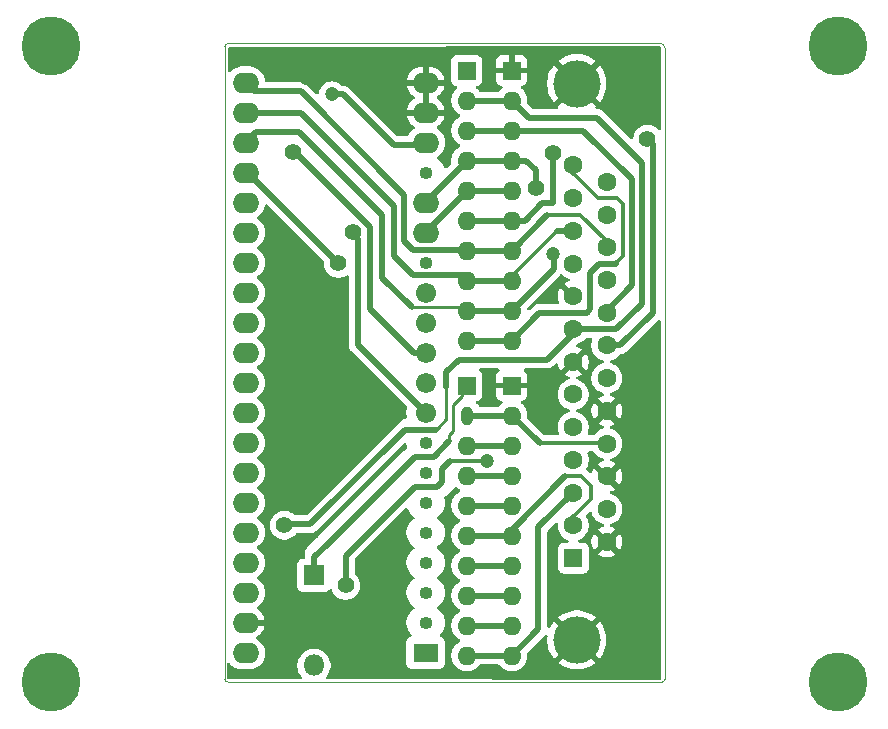
<source format=gtl>
%TF.GenerationSoftware,KiCad,Pcbnew,9.0.0*%
%TF.CreationDate,2025-04-24T11:29:24-03:00*%
%TF.ProjectId,bluepill_scsi,626c7565-7069-46c6-9c5f-736373692e6b,rev?*%
%TF.SameCoordinates,Original*%
%TF.FileFunction,Copper,L1,Top*%
%TF.FilePolarity,Positive*%
%FSLAX46Y46*%
G04 Gerber Fmt 4.6, Leading zero omitted, Abs format (unit mm)*
G04 Created by KiCad (PCBNEW 9.0.0) date 2025-04-24 11:29:24*
%MOMM*%
%LPD*%
G01*
G04 APERTURE LIST*
%TA.AperFunction,ComponentPad*%
%ADD10R,1.600000X1.600000*%
%TD*%
%TA.AperFunction,ComponentPad*%
%ADD11O,1.600000X1.600000*%
%TD*%
%TA.AperFunction,ComponentPad*%
%ADD12O,1.000000X1.600000*%
%TD*%
%TA.AperFunction,ComponentPad*%
%ADD13C,4.000000*%
%TD*%
%TA.AperFunction,ComponentPad*%
%ADD14C,1.600000*%
%TD*%
%TA.AperFunction,ComponentPad*%
%ADD15R,2.000000X1.500000*%
%TD*%
%TA.AperFunction,ComponentPad*%
%ADD16O,1.100000X1.100000*%
%TD*%
%TA.AperFunction,ComponentPad*%
%ADD17O,1.700000X1.727200*%
%TD*%
%TA.AperFunction,ComponentPad*%
%ADD18O,2.250000X1.727200*%
%TD*%
%TA.AperFunction,ComponentPad*%
%ADD19R,1.800000X1.800000*%
%TD*%
%TA.AperFunction,ComponentPad*%
%ADD20O,1.800000X1.800000*%
%TD*%
%TA.AperFunction,ViaPad*%
%ADD21C,1.400000*%
%TD*%
%TA.AperFunction,ViaPad*%
%ADD22C,1.200000*%
%TD*%
%TA.AperFunction,ViaPad*%
%ADD23C,5.000000*%
%TD*%
%TA.AperFunction,Conductor*%
%ADD24C,0.500000*%
%TD*%
%TA.AperFunction,Conductor*%
%ADD25C,0.250000*%
%TD*%
%TA.AperFunction,Conductor*%
%ADD26C,0.350000*%
%TD*%
%TA.AperFunction,Profile*%
%ADD27C,0.050000*%
%TD*%
G04 APERTURE END LIST*
D10*
%TO.P,RN1,1*%
%TO.N,VCC*%
X108315000Y-98175000D03*
D11*
%TO.P,RN1,2*%
%TO.N,/SCSI_DAT0*%
X108315000Y-100715000D03*
%TO.P,RN1,3*%
%TO.N,/SCSI_DAT1*%
X108315000Y-103255000D03*
%TO.P,RN1,4*%
%TO.N,/SCSI_DAT3*%
X108315000Y-105795000D03*
%TO.P,RN1,5*%
%TO.N,/SCSI_DAT2*%
X108315000Y-108335000D03*
%TO.P,RN1,6*%
%TO.N,/SCSI_DBP*%
X108315000Y-110875000D03*
%TO.P,RN1,7*%
%TO.N,/SCSI_DAT4*%
X108315000Y-113415000D03*
%TO.P,RN1,8*%
%TO.N,/SCSI_DAT5*%
X108315000Y-115955000D03*
%TO.P,RN1,9*%
%TO.N,/SCSI_DAT6*%
X108315000Y-118495000D03*
%TO.P,RN1,10*%
%TO.N,/SCSI_DAT7*%
X108315000Y-121035000D03*
%TD*%
D10*
%TO.P,RN2,1*%
%TO.N,GND*%
X112125000Y-98175000D03*
D11*
%TO.P,RN2,2*%
%TO.N,/SCSI_DAT0*%
X112125000Y-100715000D03*
%TO.P,RN2,3*%
%TO.N,/SCSI_DAT1*%
X112125000Y-103255000D03*
%TO.P,RN2,4*%
%TO.N,/SCSI_DAT3*%
X112125000Y-105795000D03*
%TO.P,RN2,5*%
%TO.N,/SCSI_DAT2*%
X112125000Y-108335000D03*
%TO.P,RN2,6*%
%TO.N,/SCSI_DBP*%
X112125000Y-110875000D03*
%TO.P,RN2,7*%
%TO.N,/SCSI_DAT4*%
X112125000Y-113415000D03*
%TO.P,RN2,8*%
%TO.N,/SCSI_DAT5*%
X112125000Y-115955000D03*
%TO.P,RN2,9*%
%TO.N,/SCSI_DAT6*%
X112125000Y-118495000D03*
%TO.P,RN2,10*%
%TO.N,/SCSI_DAT7*%
X112125000Y-121035000D03*
%TD*%
D10*
%TO.P,RN3,1*%
%TO.N,VCC*%
X108315000Y-124845000D03*
D12*
%TO.P,RN3,2*%
%TO.N,/SCSI_ATN*%
X108315000Y-127385000D03*
D11*
%TO.P,RN3,3*%
%TO.N,/SCSI_BSY*%
X108315000Y-129925000D03*
%TO.P,RN3,4*%
%TO.N,/SCSI_ACK*%
X108315000Y-132465000D03*
%TO.P,RN3,5*%
%TO.N,/SCSI_RST*%
X108315000Y-135005000D03*
%TO.P,RN3,6*%
%TO.N,/SCSI_MSG*%
X108315000Y-137545000D03*
%TO.P,RN3,7*%
%TO.N,/SCSI_SEL*%
X108315000Y-140085000D03*
%TO.P,RN3,8*%
%TO.N,/SCSI_CD*%
X108315000Y-142625000D03*
%TO.P,RN3,9*%
%TO.N,/SCSI_REQ*%
X108315000Y-145165000D03*
%TO.P,RN3,10*%
%TO.N,/SCSI_IO*%
X108315000Y-147705000D03*
%TD*%
D10*
%TO.P,RN4,1*%
%TO.N,GND*%
X112125000Y-124845000D03*
D11*
%TO.P,RN4,2*%
%TO.N,/SCSI_ATN*%
X112125000Y-127385000D03*
%TO.P,RN4,3*%
%TO.N,/SCSI_BSY*%
X112125000Y-129925000D03*
%TO.P,RN4,4*%
%TO.N,/SCSI_ACK*%
X112125000Y-132465000D03*
%TO.P,RN4,5*%
%TO.N,/SCSI_RST*%
X112125000Y-135005000D03*
%TO.P,RN4,6*%
%TO.N,/SCSI_MSG*%
X112125000Y-137545000D03*
%TO.P,RN4,7*%
%TO.N,/SCSI_SEL*%
X112125000Y-140085000D03*
%TO.P,RN4,8*%
%TO.N,/SCSI_CD*%
X112125000Y-142625000D03*
%TO.P,RN4,9*%
%TO.N,/SCSI_REQ*%
X112125000Y-145165000D03*
%TO.P,RN4,10*%
%TO.N,/SCSI_IO*%
X112125000Y-147705000D03*
%TD*%
D13*
%TO.P,J2,0*%
%TO.N,GND*%
X117635000Y-146385000D03*
X117635000Y-99285000D03*
D10*
%TO.P,J2,1*%
%TO.N,/SCSI_REQ*%
X117335000Y-139455000D03*
D14*
%TO.P,J2,2*%
%TO.N,/SCSI_MSG*%
X117335000Y-136685000D03*
%TO.P,J2,3*%
%TO.N,/SCSI_IO*%
X117335000Y-133915000D03*
%TO.P,J2,4*%
%TO.N,/SCSI_RST*%
X117335000Y-131145000D03*
%TO.P,J2,5*%
%TO.N,/SCSI_ACK*%
X117335000Y-128375000D03*
%TO.P,J2,6*%
%TO.N,/SCSI_BSY*%
X117335000Y-125605000D03*
%TO.P,J2,7*%
%TO.N,GND*%
X117335000Y-122835000D03*
%TO.P,J2,8*%
%TO.N,/SCSI_DAT0*%
X117335000Y-120065000D03*
%TO.P,J2,9*%
%TO.N,GND*%
X117335000Y-117295000D03*
%TO.P,J2,10*%
%TO.N,/SCSI_DAT3*%
X117335000Y-114525000D03*
%TO.P,J2,11*%
%TO.N,/SCSI_DAT5*%
X117335000Y-111755000D03*
%TO.P,J2,12*%
%TO.N,/SCSI_DAT6*%
X117335000Y-108985000D03*
%TO.P,J2,13*%
%TO.N,/SCSI_DAT7*%
X117335000Y-106215000D03*
%TO.P,J2,14*%
%TO.N,GND*%
X120175000Y-138070000D03*
%TO.P,J2,15*%
%TO.N,/SCSI_CD*%
X120175000Y-135300000D03*
%TO.P,J2,16*%
%TO.N,GND*%
X120175000Y-132530000D03*
%TO.P,J2,17*%
%TO.N,/SCSI_ATN*%
X120175000Y-129760000D03*
%TO.P,J2,18*%
%TO.N,GND*%
X120175000Y-126990000D03*
%TO.P,J2,19*%
%TO.N,/SCSI_SEL*%
X120175000Y-124220000D03*
%TO.P,J2,20*%
%TO.N,/SCSI_DBP*%
X120175000Y-121450000D03*
%TO.P,J2,21*%
%TO.N,/SCSI_DAT1*%
X120175000Y-118680000D03*
%TO.P,J2,22*%
%TO.N,/SCSI_DAT2*%
X120175000Y-115910000D03*
%TO.P,J2,23*%
%TO.N,/SCSI_DAT4*%
X120175000Y-113140000D03*
%TO.P,J2,24*%
%TO.N,GND*%
X120175000Y-110370000D03*
%TO.P,J2,25*%
%TO.N,/TERM_PWR*%
X120175000Y-107600000D03*
%TD*%
D15*
%TO.P,U1,1*%
%TO.N,N/C*%
X104835000Y-147464800D03*
D16*
%TO.P,U1,2*%
X104835000Y-144924800D03*
%TO.P,U1,3*%
X104835000Y-142384800D03*
%TO.P,U1,4*%
X104835000Y-139844800D03*
%TO.P,U1,5*%
X104835000Y-137304800D03*
%TO.P,U1,6*%
X104835000Y-134764800D03*
%TO.P,U1,7*%
X104835000Y-132224800D03*
%TO.P,U1,8*%
X104835000Y-129684800D03*
D17*
%TO.P,U1,9*%
%TO.N,/SD_CS*%
X104835000Y-127144800D03*
%TO.P,U1,10*%
%TO.N,/SD_CLK*%
X104835000Y-124604800D03*
%TO.P,U1,11*%
%TO.N,/SD_MISO*%
X104835000Y-122064800D03*
%TO.P,U1,12*%
%TO.N,/SD_MOSI*%
X104835000Y-119524800D03*
%TO.P,U1,13*%
%TO.N,/SCSI_DBP*%
X104835000Y-116984800D03*
D16*
%TO.P,U1,14*%
%TO.N,N/C*%
X104835000Y-114444800D03*
D18*
%TO.P,U1,15*%
%TO.N,/SCSI_DAT2*%
X104835000Y-111904800D03*
%TO.P,U1,16*%
%TO.N,/SCSI_DAT3*%
X104835000Y-109364800D03*
D16*
%TO.P,U1,17*%
%TO.N,N/C*%
X104835000Y-106824800D03*
D18*
%TO.P,U1,18*%
%TO.N,+3V3*%
X104835000Y-104284800D03*
%TO.P,U1,19*%
%TO.N,GND*%
X104835000Y-101744800D03*
%TO.P,U1,20*%
X104835000Y-99204800D03*
%TO.P,U1,21*%
%TO.N,/SCSI_DAT4*%
X89595000Y-99204800D03*
%TO.P,U1,22*%
%TO.N,/SCSI_DAT5*%
X89595000Y-101744800D03*
%TO.P,U1,23*%
%TO.N,/SCSI_DAT6*%
X89595000Y-104284800D03*
%TO.P,U1,24*%
%TO.N,/SCSI_DAT7*%
X89595000Y-106824800D03*
%TO.P,U1,25*%
%TO.N,/SCSI_ATN*%
X89595000Y-109364800D03*
%TO.P,U1,26*%
%TO.N,/SCSI_BSY*%
X89595000Y-111904800D03*
%TO.P,U1,27*%
%TO.N,/SCSI_ACK*%
X89595000Y-114444800D03*
%TO.P,U1,28*%
%TO.N,N/C*%
X89595000Y-116984800D03*
%TO.P,U1,29*%
X89595000Y-119524800D03*
%TO.P,U1,30*%
%TO.N,/SCSI_RST*%
X89595000Y-122064800D03*
%TO.P,U1,31*%
%TO.N,/SCSI_MSG*%
X89595000Y-124604800D03*
%TO.P,U1,32*%
%TO.N,/SCSI_SEL*%
X89595000Y-127144800D03*
%TO.P,U1,33*%
%TO.N,/SCSI_CD*%
X89595000Y-129684800D03*
%TO.P,U1,34*%
%TO.N,/SCSI_REQ*%
X89595000Y-132224800D03*
%TO.P,U1,35*%
%TO.N,/SCSI_IO*%
X89595000Y-134764800D03*
%TO.P,U1,36*%
%TO.N,/SCSI_DAT0*%
X89595000Y-137304800D03*
%TO.P,U1,37*%
%TO.N,/SCSI_DAT1*%
X89595000Y-139844800D03*
%TO.P,U1,38*%
%TO.N,VCC*%
X89595000Y-142384800D03*
%TO.P,U1,39*%
%TO.N,GND*%
X89595000Y-144924800D03*
%TO.P,U1,40*%
%TO.N,+3V3*%
X89595000Y-147515600D03*
%TD*%
D19*
%TO.P,D5,1*%
%TO.N,VCC*%
X95375000Y-140925000D03*
D20*
%TO.P,D5,2*%
%TO.N,/TERM_PWR*%
X95375000Y-148545000D03*
%TD*%
D21*
%TO.N,GND*%
X95785000Y-123835000D03*
%TO.N,/SD_MISO*%
X93585000Y-105065000D03*
D22*
%TO.N,+3V3*%
X96885000Y-100205000D03*
D21*
%TO.N,/SD_CS*%
X98675000Y-111865000D03*
%TO.N,GND*%
X92265000Y-119255000D03*
D22*
X94745000Y-98785000D03*
D21*
X98265000Y-146045000D03*
%TO.N,/SCSI_DBP*%
X115645000Y-105145000D03*
D22*
%TO.N,/SCSI_DAT6*%
X115655000Y-113675000D03*
D21*
%TO.N,/SCSI_DAT3*%
X114165000Y-108145000D03*
%TO.N,/SCSI_DAT0*%
X92875000Y-136675000D03*
%TO.N,/SCSI_DAT7*%
X97450000Y-114500000D03*
D22*
%TO.N,/SCSI_DAT1*%
X110045000Y-131235000D03*
D21*
X98065000Y-141765000D03*
%TO.N,/SCSI_DBP*%
X123615000Y-103995000D03*
D23*
%TO.N,*%
X73089000Y-149955000D03*
X139714000Y-149955000D03*
X139714000Y-96139000D03*
X73089000Y-96139000D03*
%TD*%
D24*
%TO.N,/SD_MISO*%
X99785000Y-111055000D02*
X100165000Y-111435000D01*
X100165000Y-111435000D02*
X100165000Y-118405000D01*
X100165000Y-118405000D02*
X103824900Y-122064900D01*
D25*
X104834900Y-122064900D02*
X104835000Y-122065000D01*
D24*
X99775000Y-111055000D02*
X99785000Y-111055000D01*
X93585000Y-105065000D02*
X93785000Y-105065000D01*
D25*
X104835000Y-122064800D02*
X104834900Y-122064900D01*
D24*
X103824900Y-122064900D02*
X104834900Y-122064900D01*
D25*
%TO.N,GND*%
X117335000Y-117295000D02*
X117335000Y-116955000D01*
D24*
%TO.N,/SD_MISO*%
X93785000Y-105065000D02*
X99775000Y-111055000D01*
%TO.N,/SCSI_IO*%
X114385000Y-145445000D02*
X112125000Y-147705000D01*
D25*
%TO.N,+3V3*%
X104835000Y-104285000D02*
X104834800Y-104285000D01*
D24*
%TO.N,/SCSI_REQ*%
X108315000Y-145165000D02*
X112125000Y-145165000D01*
%TO.N,+3V3*%
X97835000Y-100205000D02*
X102135000Y-104505000D01*
%TO.N,/SD_CS*%
X98675000Y-111865000D02*
X98675000Y-112035000D01*
D25*
X104834900Y-127144900D02*
X104835000Y-127145000D01*
D24*
X99095000Y-121405000D02*
X104834900Y-127144900D01*
%TO.N,+3V3*%
X102135000Y-104505000D02*
X104614800Y-104505000D01*
D25*
X104834800Y-104285000D02*
X104835000Y-104284800D01*
D24*
X96885000Y-100205000D02*
X97835000Y-100205000D01*
%TO.N,/SD_CS*%
X98675000Y-112035000D02*
X99095000Y-112455000D01*
%TO.N,+3V3*%
X104614800Y-104505000D02*
X104834800Y-104285000D01*
D25*
%TO.N,/SD_CS*%
X104835000Y-127144800D02*
X104834900Y-127144900D01*
D24*
X99095000Y-112455000D02*
X99095000Y-121405000D01*
%TO.N,/SCSI_IO*%
X117335000Y-133915000D02*
X114385000Y-136865000D01*
X108315000Y-147705000D02*
X112125000Y-147705000D01*
X114385000Y-136865000D02*
X114385000Y-145445000D01*
%TO.N,/SCSI_CD*%
X108315000Y-142625000D02*
X112125000Y-142625000D01*
%TO.N,/SCSI_SEL*%
X108315000Y-140085000D02*
X112125000Y-140085000D01*
%TO.N,/SCSI_MSG*%
X112125000Y-137040000D02*
X112125000Y-137263046D01*
X117335000Y-136685000D02*
X117335000Y-135965000D01*
D26*
X118835000Y-133335000D02*
X118025000Y-132525000D01*
X118835000Y-134465000D02*
X118835000Y-133335000D01*
D24*
%TO.N,/SCSI_DBP*%
X115225000Y-109415000D02*
X114685000Y-109415000D01*
X124055000Y-118701370D02*
X121306370Y-121450000D01*
X108315000Y-110875000D02*
X112125000Y-110875000D01*
D25*
%TO.N,/SCSI_ATN*%
X119915000Y-129500000D02*
X120175000Y-129760000D01*
D24*
%TO.N,/SCSI_DBP*%
X121306370Y-121450000D02*
X120175000Y-121450000D01*
X115645000Y-109405000D02*
X115235000Y-109405000D01*
D26*
%TO.N,/SCSI_MSG*%
X117335000Y-135965000D02*
X118835000Y-134465000D01*
D24*
%TO.N,/SCSI_DBP*%
X115645000Y-105145000D02*
X115645000Y-109405000D01*
D26*
%TO.N,/SCSI_MSG*%
X118025000Y-132525000D02*
X116640000Y-132525000D01*
D24*
X116640000Y-132525000D02*
X112125000Y-137040000D01*
%TO.N,/SCSI_ATN*%
X108315000Y-127385000D02*
X112125000Y-127385000D01*
D25*
%TO.N,/SCSI_MSG*%
X112125000Y-137263046D02*
X112125000Y-137545000D01*
D24*
X108315000Y-137545000D02*
X112125000Y-137545000D01*
%TO.N,/SCSI_DBP*%
X114685000Y-109415000D02*
X113225000Y-110875000D01*
%TO.N,/SCSI_BSY*%
X108315000Y-129925000D02*
X112125000Y-129925000D01*
%TO.N,/SCSI_ATN*%
X112125000Y-127385000D02*
X114485000Y-129745000D01*
D26*
X114485000Y-129745000D02*
X119670000Y-129745000D01*
D24*
X119670000Y-129745000D02*
X119915000Y-129500000D01*
%TO.N,/SCSI_ACK*%
X108315000Y-132465000D02*
X112125000Y-132465000D01*
%TO.N,/SCSI_RST*%
X108315000Y-135005000D02*
X112125000Y-135005000D01*
%TO.N,/SCSI_DAT5*%
X102135000Y-113795000D02*
X102185000Y-113845000D01*
D25*
X89595200Y-101745000D02*
X89595000Y-101745000D01*
D24*
X108315000Y-115955000D02*
X112125000Y-115955000D01*
D26*
%TO.N,/SCSI_DAT7*%
X120105000Y-108945000D02*
X119405000Y-108945000D01*
D24*
%TO.N,/SCSI_DAT5*%
X103795000Y-115515000D02*
X107875000Y-115515000D01*
X94274800Y-101744800D02*
X102135000Y-109605000D01*
%TO.N,/SCSI_DAT7*%
X118765000Y-117875000D02*
X118765000Y-118385000D01*
%TO.N,/SCSI_DBP*%
X115235000Y-109405000D02*
X115225000Y-109415000D01*
%TO.N,/SCSI_DAT7*%
X97450000Y-114500000D02*
X89774800Y-106824800D01*
D26*
X121055000Y-108955000D02*
X121035000Y-108935000D01*
D25*
X118765000Y-117875000D02*
X118755000Y-117865000D01*
D24*
X114475000Y-118685000D02*
X112125000Y-121035000D01*
X118765000Y-118385000D02*
X118465000Y-118685000D01*
%TO.N,/SCSI_DAT6*%
X101145000Y-110415000D02*
X94135000Y-103405000D01*
D25*
X94085000Y-103405000D02*
X94035000Y-103355000D01*
D26*
%TO.N,/SCSI_DAT7*%
X121555000Y-113465000D02*
X121555000Y-109465000D01*
D24*
X119525000Y-114535000D02*
X120915000Y-114535000D01*
D26*
X120115000Y-108935000D02*
X120105000Y-108945000D01*
D24*
%TO.N,/SCSI_DAT6*%
X94085000Y-103405000D02*
X90474800Y-103405000D01*
X90474800Y-103405000D02*
X89595000Y-104284800D01*
%TO.N,/SCSI_DBP*%
X113225000Y-110875000D02*
X112125000Y-110875000D01*
%TO.N,/SCSI_DAT7*%
X89774800Y-106824800D02*
X89595000Y-106824800D01*
%TO.N,/SCSI_DAT6*%
X115675000Y-114945000D02*
X112125000Y-118495000D01*
X103655000Y-118235000D02*
X101145000Y-115725000D01*
%TO.N,/SCSI_DAT7*%
X108315000Y-121035000D02*
X112125000Y-121035000D01*
X118755000Y-115305000D02*
X119525000Y-114535000D01*
%TO.N,/SCSI_DAT5*%
X115925000Y-111755000D02*
X117335000Y-111755000D01*
%TO.N,/SCSI_DBP*%
X123615000Y-103995000D02*
X124055000Y-104435000D01*
D26*
%TO.N,/SCSI_DAT7*%
X121555000Y-113895000D02*
X121555000Y-113465000D01*
D24*
X120915000Y-114535000D02*
X120985000Y-114465000D01*
D26*
X121035000Y-108935000D02*
X120115000Y-108935000D01*
X119405000Y-108945000D02*
X117335000Y-106875000D01*
D24*
X117335000Y-106875000D02*
X117335000Y-106215000D01*
%TO.N,/SCSI_DAT6*%
X115675000Y-113695000D02*
X115675000Y-114945000D01*
X94135000Y-103405000D02*
X94085000Y-103405000D01*
%TO.N,/SCSI_DAT7*%
X118755000Y-117865000D02*
X118755000Y-115305000D01*
D25*
%TO.N,/SCSI_DAT6*%
X103980000Y-118235000D02*
X103655000Y-118235000D01*
D26*
%TO.N,/SCSI_DAT7*%
X120985000Y-114465000D02*
X121555000Y-113895000D01*
D24*
%TO.N,/SCSI_DAT6*%
X101145000Y-115725000D02*
X101145000Y-110415000D01*
D25*
X108055000Y-118235000D02*
X103980000Y-118235000D01*
%TO.N,/SCSI_DAT7*%
X121055000Y-108965000D02*
X121055000Y-108955000D01*
D26*
X121555000Y-109465000D02*
X121055000Y-108965000D01*
D24*
%TO.N,/SCSI_DAT6*%
X115655000Y-113675000D02*
X115675000Y-113695000D01*
%TO.N,/SCSI_DBP*%
X124055000Y-104435000D02*
X124055000Y-118701370D01*
D25*
%TO.N,/SCSI_DAT6*%
X108315000Y-118495000D02*
X108055000Y-118235000D01*
D24*
X108315000Y-118495000D02*
X112125000Y-118495000D01*
D25*
%TO.N,/SCSI_DBP*%
X120430000Y-121705000D02*
X120175000Y-121450000D01*
D24*
%TO.N,/SCSI_DAT7*%
X118465000Y-118685000D02*
X114475000Y-118685000D01*
%TO.N,/SCSI_DAT4*%
X90305200Y-99915000D02*
X94245000Y-99915000D01*
X89595000Y-99204800D02*
X90305200Y-99915000D01*
%TO.N,/SCSI_DAT5*%
X107875000Y-115515000D02*
X108315000Y-115955000D01*
%TO.N,/SCSI_DAT4*%
X103045000Y-108715000D02*
X103045000Y-112625000D01*
D25*
X108225000Y-113505000D02*
X108315000Y-113415000D01*
D26*
X117945000Y-110395000D02*
X120175000Y-112625000D01*
D24*
%TO.N,/SCSI_DAT5*%
X102185000Y-113905000D02*
X103795000Y-115515000D01*
D26*
%TO.N,/SCSI_DAT4*%
X115145000Y-110395000D02*
X117945000Y-110395000D01*
D24*
X112125000Y-113415000D02*
X115145000Y-110395000D01*
X111560300Y-113415000D02*
X108315000Y-113415000D01*
%TO.N,/SCSI_DAT5*%
X102135000Y-109605000D02*
X102135000Y-113795000D01*
%TO.N,/SCSI_DAT4*%
X120175000Y-112625000D02*
X120175000Y-113140000D01*
D25*
%TO.N,/SCSI_DAT5*%
X89595200Y-101745000D02*
X89595000Y-101744800D01*
D24*
X89595000Y-101744800D02*
X94274800Y-101744800D01*
X102185000Y-113845000D02*
X102185000Y-113905000D01*
%TO.N,/SCSI_DAT4*%
X103805000Y-113385000D02*
X108105000Y-113385000D01*
X94245000Y-99915000D02*
X103045000Y-108715000D01*
D26*
%TO.N,/SCSI_DAT5*%
X112125000Y-115555000D02*
X115925000Y-111755000D01*
D24*
%TO.N,/SCSI_DAT4*%
X108105000Y-113385000D02*
X108225000Y-113505000D01*
%TO.N,/SCSI_DAT5*%
X112125000Y-115955000D02*
X112125000Y-115555000D01*
D25*
%TO.N,/SCSI_DAT3*%
X104835000Y-109365000D02*
X104835000Y-109364800D01*
D24*
%TO.N,/SCSI_DAT1*%
X106185200Y-131924800D02*
X106896000Y-131214000D01*
X98065000Y-139265000D02*
X103925000Y-133405000D01*
%TO.N,/SCSI_DAT3*%
X114165000Y-106635000D02*
X113325000Y-105795000D01*
D25*
X104835000Y-109364800D02*
X104835000Y-109275000D01*
D24*
%TO.N,/SCSI_DAT1*%
X118195000Y-103255000D02*
X122295000Y-107355000D01*
X120175000Y-118495000D02*
X120175000Y-118680000D01*
X108315000Y-103255000D02*
X112125000Y-103255000D01*
%TO.N,/SCSI_DAT2*%
X104835000Y-111815000D02*
X108315000Y-108335000D01*
%TO.N,/SCSI_DAT4*%
X103045000Y-112625000D02*
X103805000Y-113385000D01*
%TO.N,/SCSI_DAT1*%
X103925000Y-133405000D02*
X105755400Y-133405000D01*
X110024000Y-131214000D02*
X110045000Y-131235000D01*
%TO.N,/SCSI_DAT0*%
X106590700Y-123699300D02*
X106590700Y-124955000D01*
%TO.N,/SCSI_DAT2*%
X108315000Y-108335000D02*
X112125000Y-108335000D01*
D25*
%TO.N,/SCSI_DAT0*%
X106590700Y-127719300D02*
X105895200Y-128414800D01*
%TO.N,/SCSI_DAT2*%
X104835000Y-111905000D02*
X104835000Y-111904800D01*
D24*
%TO.N,/SCSI_DAT1*%
X122295000Y-107355000D02*
X122295000Y-116375000D01*
%TO.N,/SCSI_DAT0*%
X113595000Y-102185000D02*
X119345000Y-102185000D01*
X120975000Y-120065000D02*
X117709300Y-120065000D01*
%TO.N,/SCSI_DAT3*%
X114165000Y-108145000D02*
X114165000Y-106635000D01*
%TO.N,/SCSI_DAT0*%
X93165000Y-136585000D02*
X92875000Y-136295000D01*
D25*
%TO.N,/SCSI_DAT1*%
X106185200Y-132835000D02*
X106185200Y-132975200D01*
D24*
X98065000Y-141765000D02*
X98065000Y-139265000D01*
X122295000Y-116375000D02*
X120175000Y-118495000D01*
D26*
X106896000Y-131214000D02*
X110024000Y-131214000D01*
D24*
%TO.N,/SCSI_DAT3*%
X113325000Y-105795000D02*
X112125000Y-105795000D01*
X104835000Y-109275000D02*
X108315000Y-105795000D01*
X108315000Y-105795000D02*
X112125000Y-105795000D01*
D25*
%TO.N,/SCSI_DAT1*%
X118157259Y-103255000D02*
X118195000Y-103255000D01*
D24*
X112125000Y-103255000D02*
X118157259Y-103255000D01*
D25*
%TO.N,/SCSI_DAT2*%
X104835000Y-111904800D02*
X104835000Y-111815000D01*
D24*
%TO.N,/SCSI_DAT1*%
X105755400Y-133405000D02*
X106185200Y-132975200D01*
%TO.N,/SCSI_DAT0*%
X112125000Y-100715000D02*
X113595000Y-102185000D01*
X108315000Y-100715000D02*
X112125000Y-100715000D01*
%TO.N,/SCSI_DAT1*%
X106185200Y-132835000D02*
X106185200Y-131924800D01*
%TO.N,/SCSI_DAT0*%
X123125000Y-105965000D02*
X123125000Y-117915000D01*
D25*
X106590700Y-124955000D02*
X106590700Y-127719300D01*
D24*
X119345000Y-102185000D02*
X123125000Y-105965000D01*
D25*
X117709300Y-120065000D02*
X117335000Y-120065000D01*
D24*
X95065000Y-136585000D02*
X93165000Y-136585000D01*
D25*
%TO.N,VCC*%
X107949700Y-125210300D02*
X107949700Y-125700300D01*
D24*
%TO.N,/SCSI_DAT0*%
X105735000Y-128575000D02*
X103075000Y-128575000D01*
X107645000Y-122645000D02*
X106590700Y-123699300D01*
X123125000Y-117915000D02*
X120975000Y-120065000D01*
X108396200Y-122645000D02*
X107645000Y-122645000D01*
%TO.N,VCC*%
X108315000Y-124845000D02*
X108155000Y-125005000D01*
%TO.N,/SCSI_DAT0*%
X92875000Y-136295000D02*
X92875000Y-136675000D01*
X117709300Y-120065000D02*
X115129300Y-122645000D01*
X103075000Y-128575000D02*
X95065000Y-136585000D01*
X115129300Y-122645000D02*
X108396200Y-122645000D01*
D25*
%TO.N,VCC*%
X107949700Y-125700300D02*
X107155000Y-126495000D01*
X108315000Y-124845000D02*
X107949700Y-125210300D01*
D24*
X106845000Y-129545000D02*
X105535000Y-130855000D01*
D25*
X106845000Y-129545000D02*
X106845000Y-128993000D01*
D24*
X103955000Y-130855000D02*
X96575000Y-138235000D01*
D25*
X106845000Y-128993000D02*
X107155000Y-128683000D01*
D24*
X95375000Y-139405000D02*
X95375000Y-140925000D01*
X96575000Y-138235000D02*
X96545000Y-138235000D01*
X96545000Y-138235000D02*
X95375000Y-139405000D01*
X105535000Y-130855000D02*
X103955000Y-130855000D01*
D25*
X107155000Y-128683000D02*
X107155000Y-126495000D01*
%TD*%
%TA.AperFunction,Conductor*%
%TO.N,GND*%
G36*
X91366160Y-109509107D02*
G01*
X91417211Y-109539892D01*
X96205181Y-114327862D01*
X96238666Y-114389185D01*
X96241500Y-114415543D01*
X96241500Y-114595116D01*
X96271256Y-114782991D01*
X96330040Y-114963907D01*
X96369737Y-115041815D01*
X96416398Y-115133392D01*
X96528208Y-115287285D01*
X96662715Y-115421792D01*
X96816608Y-115533602D01*
X96896683Y-115574402D01*
X96986092Y-115619959D01*
X96986094Y-115619959D01*
X96986097Y-115619961D01*
X97074199Y-115648587D01*
X97167008Y-115678743D01*
X97354884Y-115708500D01*
X97354889Y-115708500D01*
X97545116Y-115708500D01*
X97732991Y-115678743D01*
X97913903Y-115619961D01*
X98083392Y-115533602D01*
X98139615Y-115492753D01*
X98205419Y-115469273D01*
X98273473Y-115485098D01*
X98322169Y-115535203D01*
X98336500Y-115593071D01*
X98336500Y-121479709D01*
X98365647Y-121626239D01*
X98365649Y-121626247D01*
X98419563Y-121756408D01*
X98422826Y-121764284D01*
X98456052Y-121814011D01*
X98505835Y-121888517D01*
X98505836Y-121888518D01*
X103231957Y-126614638D01*
X103265442Y-126675961D01*
X103262207Y-126740636D01*
X103235285Y-126823495D01*
X103201500Y-127036807D01*
X103201500Y-127252792D01*
X103233673Y-127455925D01*
X103235285Y-127466101D01*
X103243050Y-127490000D01*
X103245672Y-127498069D01*
X103247666Y-127567910D01*
X103211584Y-127627742D01*
X103151932Y-127658002D01*
X103013959Y-127685447D01*
X103013949Y-127685450D01*
X102875919Y-127742623D01*
X102751682Y-127825635D01*
X102751681Y-127825636D01*
X94787138Y-135790181D01*
X94725815Y-135823666D01*
X94699457Y-135826500D01*
X93786939Y-135826500D01*
X93719900Y-135806815D01*
X93699258Y-135790181D01*
X93662287Y-135753210D01*
X93662285Y-135753208D01*
X93508392Y-135641398D01*
X93464104Y-135618832D01*
X93338907Y-135555040D01*
X93157991Y-135496256D01*
X92970116Y-135466500D01*
X92970111Y-135466500D01*
X92779889Y-135466500D01*
X92779884Y-135466500D01*
X92592008Y-135496256D01*
X92411092Y-135555040D01*
X92241607Y-135641398D01*
X92173608Y-135690803D01*
X92087715Y-135753208D01*
X92087713Y-135753210D01*
X92087712Y-135753210D01*
X91953210Y-135887712D01*
X91953210Y-135887713D01*
X91953208Y-135887715D01*
X91919230Y-135934482D01*
X91841398Y-136041607D01*
X91755040Y-136211092D01*
X91696256Y-136392008D01*
X91666500Y-136579883D01*
X91666500Y-136770116D01*
X91696256Y-136957991D01*
X91755040Y-137138907D01*
X91805833Y-137238592D01*
X91841398Y-137308392D01*
X91953208Y-137462285D01*
X92087715Y-137596792D01*
X92241608Y-137708602D01*
X92286705Y-137731580D01*
X92411092Y-137794959D01*
X92411094Y-137794959D01*
X92411097Y-137794961D01*
X92481899Y-137817966D01*
X92592008Y-137853743D01*
X92779884Y-137883500D01*
X92779889Y-137883500D01*
X92970116Y-137883500D01*
X93157991Y-137853743D01*
X93184394Y-137845164D01*
X93338903Y-137794961D01*
X93508392Y-137708602D01*
X93662285Y-137596792D01*
X93796792Y-137462285D01*
X93845958Y-137394613D01*
X93901289Y-137351949D01*
X93946276Y-137343500D01*
X95139708Y-137343500D01*
X95210349Y-137329448D01*
X95245671Y-137322422D01*
X95286247Y-137314351D01*
X95424284Y-137257174D01*
X95548515Y-137174166D01*
X102992281Y-129730398D01*
X103053602Y-129696915D01*
X103123294Y-129701899D01*
X103179227Y-129743771D01*
X103202433Y-129798683D01*
X103235284Y-130006101D01*
X103266081Y-130100880D01*
X103268076Y-130170721D01*
X103231996Y-130230554D01*
X103195603Y-130253760D01*
X103125918Y-130282624D01*
X103001682Y-130365635D01*
X95750256Y-137617061D01*
X95746365Y-137620787D01*
X95739360Y-137627207D01*
X95711484Y-137645835D01*
X95628367Y-137728950D01*
X95626363Y-137730788D01*
X95624749Y-137731580D01*
X95611469Y-137742480D01*
X95591486Y-137755833D01*
X95591481Y-137755837D01*
X94785836Y-138561481D01*
X94785835Y-138561482D01*
X94702828Y-138685712D01*
X94702822Y-138685723D01*
X94646678Y-138821270D01*
X94646672Y-138821285D01*
X94645649Y-138823753D01*
X94616500Y-138970291D01*
X94616500Y-139392500D01*
X94596815Y-139459539D01*
X94544011Y-139505294D01*
X94492500Y-139516500D01*
X94426345Y-139516500D01*
X94365797Y-139523011D01*
X94365795Y-139523011D01*
X94228795Y-139574111D01*
X94111739Y-139661739D01*
X94024111Y-139778795D01*
X93973011Y-139915795D01*
X93973011Y-139915797D01*
X93966500Y-139976345D01*
X93966500Y-141873654D01*
X93973011Y-141934202D01*
X93973011Y-141934204D01*
X94015453Y-142047991D01*
X94024111Y-142071204D01*
X94111739Y-142188261D01*
X94228796Y-142275889D01*
X94365799Y-142326989D01*
X94393050Y-142329918D01*
X94426345Y-142333499D01*
X94426362Y-142333500D01*
X96323638Y-142333500D01*
X96323654Y-142333499D01*
X96350692Y-142330591D01*
X96384201Y-142326989D01*
X96521204Y-142275889D01*
X96638261Y-142188261D01*
X96699675Y-142106220D01*
X96755608Y-142064351D01*
X96825299Y-142059367D01*
X96886622Y-142092852D01*
X96916872Y-142142214D01*
X96945040Y-142228907D01*
X97031398Y-142398392D01*
X97143208Y-142552285D01*
X97277715Y-142686792D01*
X97431608Y-142798602D01*
X97511683Y-142839402D01*
X97601092Y-142884959D01*
X97601094Y-142884959D01*
X97601097Y-142884961D01*
X97677793Y-142909881D01*
X97782008Y-142943743D01*
X97969884Y-142973500D01*
X97969889Y-142973500D01*
X98160116Y-142973500D01*
X98347991Y-142943743D01*
X98385954Y-142931408D01*
X98528903Y-142884961D01*
X98698392Y-142798602D01*
X98852285Y-142686792D01*
X98986792Y-142552285D01*
X99098602Y-142398392D01*
X99184961Y-142228903D01*
X99243743Y-142047991D01*
X99273500Y-141860116D01*
X99273500Y-141669883D01*
X99243743Y-141482008D01*
X99202475Y-141355000D01*
X99184961Y-141301097D01*
X99184959Y-141301094D01*
X99184959Y-141301092D01*
X99098601Y-141131607D01*
X99086390Y-141114800D01*
X98986792Y-140977715D01*
X98859819Y-140850742D01*
X98826334Y-140789419D01*
X98823500Y-140763061D01*
X98823500Y-139586242D01*
X98843185Y-139519203D01*
X98859814Y-139498566D01*
X103101972Y-135256407D01*
X103163293Y-135222924D01*
X103232985Y-135227908D01*
X103288918Y-135269780D01*
X103300136Y-135287795D01*
X103302023Y-135291499D01*
X103302025Y-135291504D01*
X103400075Y-135483937D01*
X103527021Y-135658663D01*
X103679737Y-135811379D01*
X103792351Y-135893198D01*
X103849173Y-135934482D01*
X103891838Y-135989812D01*
X103897817Y-136059426D01*
X103865211Y-136121221D01*
X103849173Y-136135118D01*
X103783676Y-136182705D01*
X103679737Y-136258221D01*
X103679735Y-136258223D01*
X103679734Y-136258223D01*
X103527023Y-136410934D01*
X103527023Y-136410935D01*
X103527021Y-136410937D01*
X103505120Y-136441081D01*
X103400075Y-136585662D01*
X103302026Y-136778091D01*
X103235284Y-136983498D01*
X103201500Y-137196807D01*
X103201500Y-137412792D01*
X103235284Y-137626101D01*
X103302026Y-137831508D01*
X103384566Y-137993500D01*
X103400075Y-138023937D01*
X103527021Y-138198663D01*
X103679737Y-138351379D01*
X103758765Y-138408796D01*
X103849173Y-138474482D01*
X103891838Y-138529812D01*
X103897817Y-138599426D01*
X103865211Y-138661221D01*
X103849173Y-138675118D01*
X103776180Y-138728150D01*
X103679737Y-138798221D01*
X103679735Y-138798223D01*
X103679734Y-138798223D01*
X103527023Y-138950934D01*
X103527023Y-138950935D01*
X103527021Y-138950937D01*
X103501793Y-138985661D01*
X103400075Y-139125662D01*
X103302026Y-139318091D01*
X103235284Y-139523498D01*
X103201500Y-139736807D01*
X103201500Y-139952792D01*
X103235284Y-140166101D01*
X103302026Y-140371508D01*
X103400075Y-140563937D01*
X103527021Y-140738663D01*
X103679737Y-140891379D01*
X103792351Y-140973198D01*
X103849173Y-141014482D01*
X103891838Y-141069812D01*
X103897817Y-141139426D01*
X103865211Y-141201221D01*
X103849173Y-141215118D01*
X103776180Y-141268150D01*
X103679737Y-141338221D01*
X103679735Y-141338223D01*
X103679734Y-141338223D01*
X103527023Y-141490934D01*
X103527023Y-141490935D01*
X103527021Y-141490937D01*
X103479116Y-141556873D01*
X103400075Y-141665662D01*
X103302026Y-141858091D01*
X103235284Y-142063498D01*
X103201500Y-142276807D01*
X103201500Y-142492792D01*
X103235284Y-142706101D01*
X103302026Y-142911508D01*
X103400075Y-143103937D01*
X103527021Y-143278663D01*
X103679737Y-143431379D01*
X103792351Y-143513198D01*
X103849173Y-143554482D01*
X103891838Y-143609812D01*
X103897817Y-143679426D01*
X103865211Y-143741221D01*
X103849173Y-143755118D01*
X103776180Y-143808150D01*
X103679737Y-143878221D01*
X103679735Y-143878223D01*
X103679734Y-143878223D01*
X103527023Y-144030934D01*
X103527023Y-144030935D01*
X103527021Y-144030937D01*
X103497433Y-144071662D01*
X103400075Y-144205662D01*
X103302026Y-144398091D01*
X103235284Y-144603498D01*
X103201500Y-144816807D01*
X103201500Y-145032792D01*
X103235284Y-145246101D01*
X103302026Y-145451508D01*
X103375311Y-145595336D01*
X103400075Y-145643937D01*
X103527021Y-145818663D01*
X103527023Y-145818665D01*
X103614963Y-145906605D01*
X103648448Y-145967928D01*
X103643464Y-146037620D01*
X103601592Y-146093553D01*
X103570617Y-146110467D01*
X103463795Y-146150311D01*
X103346739Y-146237939D01*
X103259111Y-146354995D01*
X103208011Y-146491995D01*
X103208011Y-146491997D01*
X103201500Y-146552545D01*
X103201500Y-148377054D01*
X103208011Y-148437602D01*
X103208011Y-148437604D01*
X103254477Y-148562179D01*
X103259111Y-148574604D01*
X103346739Y-148691661D01*
X103463796Y-148779289D01*
X103600799Y-148830389D01*
X103628050Y-148833318D01*
X103661345Y-148836899D01*
X103661362Y-148836900D01*
X106008638Y-148836900D01*
X106008654Y-148836899D01*
X106035692Y-148833991D01*
X106069201Y-148830389D01*
X106206204Y-148779289D01*
X106323261Y-148691661D01*
X106410889Y-148574604D01*
X106461989Y-148437601D01*
X106467020Y-148390806D01*
X106468499Y-148377054D01*
X106468500Y-148377037D01*
X106468500Y-146552562D01*
X106468499Y-146552545D01*
X106462028Y-146492366D01*
X106461989Y-146491999D01*
X106453419Y-146469023D01*
X106422080Y-146385000D01*
X106410889Y-146354996D01*
X106323261Y-146237939D01*
X106206204Y-146150311D01*
X106099382Y-146110467D01*
X106043449Y-146068595D01*
X106019033Y-146003130D01*
X106033886Y-145934858D01*
X106055030Y-145906611D01*
X106142979Y-145818663D01*
X106269925Y-145643937D01*
X106367975Y-145451504D01*
X106434715Y-145246101D01*
X106446008Y-145174800D01*
X106468500Y-145032792D01*
X106468500Y-144816807D01*
X106434715Y-144603498D01*
X106403748Y-144508195D01*
X106367975Y-144398096D01*
X106367973Y-144398093D01*
X106367973Y-144398091D01*
X106269924Y-144205662D01*
X106241785Y-144166932D01*
X106142979Y-144030937D01*
X105990263Y-143878221D01*
X105820825Y-143755117D01*
X105778161Y-143699788D01*
X105772182Y-143630175D01*
X105804788Y-143568380D01*
X105820826Y-143554482D01*
X105990263Y-143431379D01*
X106142979Y-143278663D01*
X106269925Y-143103937D01*
X106367975Y-142911504D01*
X106434715Y-142706101D01*
X106437774Y-142686789D01*
X106468500Y-142492792D01*
X106468500Y-142276807D01*
X106434715Y-142063498D01*
X106403748Y-141968195D01*
X106367975Y-141858096D01*
X106367973Y-141858093D01*
X106367973Y-141858091D01*
X106269924Y-141665662D01*
X106241785Y-141626932D01*
X106142979Y-141490937D01*
X105990263Y-141338221D01*
X105820825Y-141215117D01*
X105778161Y-141159788D01*
X105772182Y-141090175D01*
X105804788Y-141028380D01*
X105820826Y-141014482D01*
X105990263Y-140891379D01*
X106142979Y-140738663D01*
X106269925Y-140563937D01*
X106367975Y-140371504D01*
X106434715Y-140166101D01*
X106468500Y-139952792D01*
X106468500Y-139736807D01*
X106434715Y-139523498D01*
X106403748Y-139428195D01*
X106367975Y-139318096D01*
X106367973Y-139318093D01*
X106367973Y-139318091D01*
X106280284Y-139145994D01*
X106269925Y-139125663D01*
X106142979Y-138950937D01*
X105990263Y-138798221D01*
X105820825Y-138675117D01*
X105778161Y-138619788D01*
X105772182Y-138550175D01*
X105804788Y-138488380D01*
X105820826Y-138474482D01*
X105826859Y-138470099D01*
X105990263Y-138351379D01*
X106142979Y-138198663D01*
X106269925Y-138023937D01*
X106367975Y-137831504D01*
X106434715Y-137626101D01*
X106439357Y-137596792D01*
X106468500Y-137412792D01*
X106468500Y-137196807D01*
X106434715Y-136983498D01*
X106396291Y-136865244D01*
X106367975Y-136778096D01*
X106367973Y-136778093D01*
X106367973Y-136778091D01*
X106281561Y-136608500D01*
X106269925Y-136585663D01*
X106142979Y-136410937D01*
X105990263Y-136258221D01*
X105820825Y-136135117D01*
X105778161Y-136079788D01*
X105772182Y-136010175D01*
X105804788Y-135948380D01*
X105820826Y-135934482D01*
X105853248Y-135910926D01*
X105990263Y-135811379D01*
X106142979Y-135658663D01*
X106269925Y-135483937D01*
X106367975Y-135291504D01*
X106434715Y-135086101D01*
X106449367Y-134993591D01*
X106468500Y-134872792D01*
X106468500Y-134656807D01*
X106434715Y-134443498D01*
X106403966Y-134348865D01*
X106401971Y-134279024D01*
X106438051Y-134219191D01*
X106474445Y-134195985D01*
X106475894Y-134195385D01*
X106544484Y-134166974D01*
X106668715Y-134083966D01*
X107264166Y-133488515D01*
X107269884Y-133479958D01*
X107323495Y-133435152D01*
X107392820Y-133426443D01*
X107455848Y-133456597D01*
X107460668Y-133461166D01*
X107462571Y-133463069D01*
X107462576Y-133463073D01*
X107629195Y-133584128D01*
X107708459Y-133624516D01*
X107759254Y-133672490D01*
X107776049Y-133740311D01*
X107753511Y-133806446D01*
X107708459Y-133845484D01*
X107629195Y-133885871D01*
X107462576Y-134006926D01*
X107462571Y-134006930D01*
X107316930Y-134152571D01*
X107316926Y-134152576D01*
X107195873Y-134319193D01*
X107102367Y-134502705D01*
X107038719Y-134698591D01*
X107006500Y-134902019D01*
X107006500Y-135107980D01*
X107038719Y-135311408D01*
X107102367Y-135507294D01*
X107195873Y-135690806D01*
X107316926Y-135857423D01*
X107316930Y-135857428D01*
X107462571Y-136003069D01*
X107462576Y-136003073D01*
X107629195Y-136124128D01*
X107708459Y-136164516D01*
X107759254Y-136212490D01*
X107776049Y-136280311D01*
X107753511Y-136346446D01*
X107708459Y-136385484D01*
X107629195Y-136425871D01*
X107462576Y-136546926D01*
X107462571Y-136546930D01*
X107316930Y-136692571D01*
X107316926Y-136692576D01*
X107195873Y-136859193D01*
X107102367Y-137042705D01*
X107038719Y-137238591D01*
X107006500Y-137442019D01*
X107006500Y-137647980D01*
X107038719Y-137851408D01*
X107102367Y-138047294D01*
X107195873Y-138230806D01*
X107316926Y-138397423D01*
X107316930Y-138397428D01*
X107462571Y-138543069D01*
X107462576Y-138543073D01*
X107629195Y-138664128D01*
X107708459Y-138704516D01*
X107759254Y-138752490D01*
X107776049Y-138820311D01*
X107753511Y-138886446D01*
X107708459Y-138925484D01*
X107629195Y-138965871D01*
X107462576Y-139086926D01*
X107462571Y-139086930D01*
X107316930Y-139232571D01*
X107316926Y-139232576D01*
X107195873Y-139399193D01*
X107102367Y-139582705D01*
X107038719Y-139778591D01*
X107006500Y-139982019D01*
X107006500Y-140187980D01*
X107038719Y-140391408D01*
X107102367Y-140587294D01*
X107166671Y-140713496D01*
X107192149Y-140763499D01*
X107195873Y-140770806D01*
X107316926Y-140937423D01*
X107316930Y-140937428D01*
X107462571Y-141083069D01*
X107462576Y-141083073D01*
X107629195Y-141204128D01*
X107708459Y-141244516D01*
X107759254Y-141292490D01*
X107776049Y-141360311D01*
X107753511Y-141426446D01*
X107708459Y-141465484D01*
X107629195Y-141505871D01*
X107462576Y-141626926D01*
X107462571Y-141626930D01*
X107316930Y-141772571D01*
X107316926Y-141772576D01*
X107195873Y-141939193D01*
X107102367Y-142122705D01*
X107038719Y-142318591D01*
X107006500Y-142522019D01*
X107006500Y-142727980D01*
X107038719Y-142931408D01*
X107102367Y-143127294D01*
X107195873Y-143310806D01*
X107316926Y-143477423D01*
X107316930Y-143477428D01*
X107462571Y-143623069D01*
X107462576Y-143623073D01*
X107629195Y-143744128D01*
X107708459Y-143784516D01*
X107759254Y-143832490D01*
X107776049Y-143900311D01*
X107753511Y-143966446D01*
X107708459Y-144005484D01*
X107629195Y-144045871D01*
X107462576Y-144166926D01*
X107462571Y-144166930D01*
X107316930Y-144312571D01*
X107316926Y-144312576D01*
X107195873Y-144479193D01*
X107102367Y-144662705D01*
X107038719Y-144858591D01*
X107006500Y-145062019D01*
X107006500Y-145267980D01*
X107038719Y-145471408D01*
X107102367Y-145667294D01*
X107135860Y-145733026D01*
X107193283Y-145845724D01*
X107195873Y-145850806D01*
X107316926Y-146017423D01*
X107316930Y-146017428D01*
X107462571Y-146163069D01*
X107462576Y-146163073D01*
X107629195Y-146284128D01*
X107708459Y-146324516D01*
X107759254Y-146372490D01*
X107776049Y-146440311D01*
X107753511Y-146506446D01*
X107708459Y-146545484D01*
X107629195Y-146585871D01*
X107462576Y-146706926D01*
X107462571Y-146706930D01*
X107316930Y-146852571D01*
X107316926Y-146852576D01*
X107195873Y-147019193D01*
X107102367Y-147202705D01*
X107038719Y-147398591D01*
X107006500Y-147602019D01*
X107006500Y-147807980D01*
X107038719Y-148011408D01*
X107102367Y-148207294D01*
X107160208Y-148320810D01*
X107190004Y-148379289D01*
X107195873Y-148390806D01*
X107316926Y-148557423D01*
X107316930Y-148557428D01*
X107462571Y-148703069D01*
X107462576Y-148703073D01*
X107583706Y-148791078D01*
X107629197Y-148824129D01*
X107728691Y-148874824D01*
X107812705Y-148917632D01*
X107812707Y-148917632D01*
X107812710Y-148917634D01*
X107917707Y-148951749D01*
X108008591Y-148981280D01*
X108110305Y-148997390D01*
X108212019Y-149013500D01*
X108212020Y-149013500D01*
X108417980Y-149013500D01*
X108417981Y-149013500D01*
X108621408Y-148981280D01*
X108817290Y-148917634D01*
X109000803Y-148824129D01*
X109167430Y-148703068D01*
X109313068Y-148557430D01*
X109344175Y-148514615D01*
X109399505Y-148471949D01*
X109444493Y-148463500D01*
X110995507Y-148463500D01*
X111062546Y-148483185D01*
X111095825Y-148514615D01*
X111126929Y-148557426D01*
X111126934Y-148557432D01*
X111272571Y-148703069D01*
X111272576Y-148703073D01*
X111393706Y-148791078D01*
X111439197Y-148824129D01*
X111538691Y-148874824D01*
X111622705Y-148917632D01*
X111622707Y-148917632D01*
X111622710Y-148917634D01*
X111727707Y-148951749D01*
X111818591Y-148981280D01*
X111920305Y-148997390D01*
X112022019Y-149013500D01*
X112022020Y-149013500D01*
X112227980Y-149013500D01*
X112227981Y-149013500D01*
X112431408Y-148981280D01*
X112627290Y-148917634D01*
X112810803Y-148824129D01*
X112977430Y-148703068D01*
X113123068Y-148557430D01*
X113244129Y-148390803D01*
X113333617Y-148215175D01*
X113337632Y-148207294D01*
X113337632Y-148207293D01*
X113337634Y-148207290D01*
X113401280Y-148011408D01*
X113433500Y-147807981D01*
X113433500Y-147602019D01*
X113425220Y-147549743D01*
X113434174Y-147480454D01*
X113460009Y-147442670D01*
X114944981Y-145957700D01*
X115006304Y-145924215D01*
X115075996Y-145929199D01*
X115131929Y-145971071D01*
X115156346Y-146036535D01*
X115155882Y-146059264D01*
X115135000Y-146244596D01*
X115135000Y-146525401D01*
X115166437Y-146804412D01*
X115166439Y-146804424D01*
X115228921Y-147078178D01*
X115228922Y-147078180D01*
X115321662Y-147343217D01*
X115443492Y-147596200D01*
X115592884Y-147833956D01*
X115699187Y-147967257D01*
X116340747Y-147325697D01*
X116414588Y-147427330D01*
X116592670Y-147605412D01*
X116694300Y-147679251D01*
X116052741Y-148320810D01*
X116052741Y-148320811D01*
X116186043Y-148427115D01*
X116423799Y-148576507D01*
X116676782Y-148698337D01*
X116941819Y-148791077D01*
X116941821Y-148791078D01*
X117215575Y-148853560D01*
X117215587Y-148853562D01*
X117494598Y-148884999D01*
X117494600Y-148885000D01*
X117775400Y-148885000D01*
X117775401Y-148884999D01*
X118054412Y-148853562D01*
X118054424Y-148853560D01*
X118328178Y-148791078D01*
X118328180Y-148791077D01*
X118593217Y-148698337D01*
X118846200Y-148576507D01*
X119083956Y-148427116D01*
X119217257Y-148320810D01*
X118575698Y-147679251D01*
X118677330Y-147605412D01*
X118855412Y-147427330D01*
X118929251Y-147325698D01*
X119570810Y-147967257D01*
X119677116Y-147833956D01*
X119826507Y-147596200D01*
X119948337Y-147343217D01*
X120041077Y-147078180D01*
X120041078Y-147078178D01*
X120103560Y-146804424D01*
X120103562Y-146804412D01*
X120134999Y-146525401D01*
X120135000Y-146525399D01*
X120135000Y-146244600D01*
X120134999Y-146244598D01*
X120103562Y-145965587D01*
X120103560Y-145965575D01*
X120041078Y-145691821D01*
X120041077Y-145691819D01*
X119948337Y-145426782D01*
X119826507Y-145173799D01*
X119677115Y-144936043D01*
X119570810Y-144802741D01*
X118929251Y-145444300D01*
X118855412Y-145342670D01*
X118677330Y-145164588D01*
X118575697Y-145090747D01*
X119217257Y-144449187D01*
X119083956Y-144342884D01*
X118846200Y-144193492D01*
X118593217Y-144071662D01*
X118328180Y-143978922D01*
X118328178Y-143978921D01*
X118054424Y-143916439D01*
X118054412Y-143916437D01*
X117775401Y-143885000D01*
X117494598Y-143885000D01*
X117215587Y-143916437D01*
X117215575Y-143916439D01*
X116941821Y-143978921D01*
X116941819Y-143978922D01*
X116676782Y-144071662D01*
X116423799Y-144193492D01*
X116186043Y-144342884D01*
X116052741Y-144449187D01*
X116694301Y-145090747D01*
X116592670Y-145164588D01*
X116414588Y-145342670D01*
X116340747Y-145444301D01*
X115699187Y-144802741D01*
X115592884Y-144936043D01*
X115443492Y-145173799D01*
X115379220Y-145307262D01*
X115332397Y-145359121D01*
X115264970Y-145377434D01*
X115198346Y-145356386D01*
X115153678Y-145302660D01*
X115143500Y-145253460D01*
X115143500Y-137230542D01*
X115163185Y-137163503D01*
X115179815Y-137142865D01*
X115814819Y-136507860D01*
X115876142Y-136474376D01*
X115945834Y-136479360D01*
X116001767Y-136521232D01*
X116026184Y-136586696D01*
X116026500Y-136595542D01*
X116026500Y-136787981D01*
X116029576Y-136807399D01*
X116058719Y-136991408D01*
X116122367Y-137187294D01*
X116184071Y-137308392D01*
X116206264Y-137351949D01*
X116215873Y-137370806D01*
X116336926Y-137537423D01*
X116336930Y-137537428D01*
X116482571Y-137683069D01*
X116482576Y-137683073D01*
X116582728Y-137755837D01*
X116649197Y-137804129D01*
X116832710Y-137897634D01*
X116854056Y-137904569D01*
X116911730Y-137944007D01*
X116938928Y-138008366D01*
X116927013Y-138077212D01*
X116879768Y-138128688D01*
X116815736Y-138146500D01*
X116486345Y-138146500D01*
X116425797Y-138153011D01*
X116425795Y-138153011D01*
X116288795Y-138204111D01*
X116171739Y-138291739D01*
X116084111Y-138408795D01*
X116033011Y-138545795D01*
X116033011Y-138545797D01*
X116026500Y-138606345D01*
X116026500Y-140303654D01*
X116033011Y-140364202D01*
X116033011Y-140364204D01*
X116076634Y-140481158D01*
X116084111Y-140501204D01*
X116171739Y-140618261D01*
X116288796Y-140705889D01*
X116425799Y-140756989D01*
X116453050Y-140759918D01*
X116486345Y-140763499D01*
X116486362Y-140763500D01*
X118183638Y-140763500D01*
X118183654Y-140763499D01*
X118210692Y-140760591D01*
X118244201Y-140756989D01*
X118381204Y-140705889D01*
X118498261Y-140618261D01*
X118585889Y-140501204D01*
X118634265Y-140371504D01*
X118636988Y-140364204D01*
X118636988Y-140364203D01*
X118636989Y-140364201D01*
X118640591Y-140330692D01*
X118643499Y-140303654D01*
X118643500Y-140303637D01*
X118643500Y-138606362D01*
X118643499Y-138606345D01*
X118639591Y-138570000D01*
X118636989Y-138545799D01*
X118635972Y-138543073D01*
X118591393Y-138423553D01*
X118585889Y-138408796D01*
X118498261Y-138291739D01*
X118381204Y-138204111D01*
X118366600Y-138198664D01*
X118244203Y-138153011D01*
X118183654Y-138146500D01*
X118183638Y-138146500D01*
X117854264Y-138146500D01*
X117846009Y-138144076D01*
X117837503Y-138145362D01*
X117812992Y-138134381D01*
X117787225Y-138126815D01*
X117781591Y-138120313D01*
X117773740Y-138116796D01*
X117759056Y-138094307D01*
X117741470Y-138074011D01*
X117740245Y-138065496D01*
X117735542Y-138058292D01*
X117735348Y-138031435D01*
X117731526Y-138004853D01*
X117735100Y-137997026D01*
X117735038Y-137988425D01*
X117749393Y-137965728D01*
X117760551Y-137941297D01*
X117768764Y-137935101D01*
X117772387Y-137929375D01*
X117788598Y-137920142D01*
X117801940Y-137910080D01*
X117808772Y-137906899D01*
X117837290Y-137897634D01*
X118020803Y-137804129D01*
X118187430Y-137683068D01*
X118333068Y-137537430D01*
X118454129Y-137370803D01*
X118547634Y-137187290D01*
X118611280Y-136991408D01*
X118643500Y-136787981D01*
X118643500Y-136582019D01*
X118618638Y-136425047D01*
X118611280Y-136378591D01*
X118572169Y-136258221D01*
X118547634Y-136182710D01*
X118547632Y-136182707D01*
X118547632Y-136182705D01*
X118484817Y-136059426D01*
X118454129Y-135999197D01*
X118454127Y-135999194D01*
X118437808Y-135976732D01*
X118414329Y-135910926D01*
X118430155Y-135842872D01*
X118450442Y-135816171D01*
X118697145Y-135569469D01*
X118758467Y-135535985D01*
X118828159Y-135540969D01*
X118884092Y-135582841D01*
X118902756Y-135618832D01*
X118962367Y-135802294D01*
X119055873Y-135985806D01*
X119176926Y-136152423D01*
X119176930Y-136152428D01*
X119322571Y-136298069D01*
X119322576Y-136298073D01*
X119396819Y-136352013D01*
X119489197Y-136419129D01*
X119672710Y-136512634D01*
X119826448Y-136562586D01*
X119853994Y-136571537D01*
X119911670Y-136610975D01*
X119938868Y-136675333D01*
X119926953Y-136744180D01*
X119879709Y-136795655D01*
X119853995Y-136807399D01*
X119675968Y-136865244D01*
X119493644Y-136958143D01*
X119449077Y-136990523D01*
X119449077Y-136990524D01*
X120045591Y-137587037D01*
X119982007Y-137604075D01*
X119867993Y-137669901D01*
X119774901Y-137762993D01*
X119709075Y-137877007D01*
X119692037Y-137940590D01*
X119095524Y-137344077D01*
X119095523Y-137344077D01*
X119063143Y-137388644D01*
X118970244Y-137570968D01*
X118907009Y-137765582D01*
X118875000Y-137967682D01*
X118875000Y-138172317D01*
X118907009Y-138374417D01*
X118970244Y-138569031D01*
X119063141Y-138751350D01*
X119063147Y-138751359D01*
X119095523Y-138795921D01*
X119095524Y-138795922D01*
X119692037Y-138199409D01*
X119709075Y-138262993D01*
X119774901Y-138377007D01*
X119867993Y-138470099D01*
X119982007Y-138535925D01*
X120045590Y-138552962D01*
X119449076Y-139149474D01*
X119493650Y-139181859D01*
X119675968Y-139274755D01*
X119870582Y-139337990D01*
X120072683Y-139370000D01*
X120277317Y-139370000D01*
X120479417Y-139337990D01*
X120674031Y-139274755D01*
X120856349Y-139181859D01*
X120900921Y-139149474D01*
X120304409Y-138552962D01*
X120367993Y-138535925D01*
X120482007Y-138470099D01*
X120575099Y-138377007D01*
X120640925Y-138262993D01*
X120657962Y-138199409D01*
X121254474Y-138795921D01*
X121286859Y-138751349D01*
X121379755Y-138569031D01*
X121442990Y-138374417D01*
X121475000Y-138172317D01*
X121475000Y-137967682D01*
X121442990Y-137765582D01*
X121379755Y-137570968D01*
X121286859Y-137388650D01*
X121254474Y-137344077D01*
X121254474Y-137344076D01*
X120657962Y-137940589D01*
X120640925Y-137877007D01*
X120575099Y-137762993D01*
X120482007Y-137669901D01*
X120367993Y-137604075D01*
X120304408Y-137587037D01*
X120900922Y-136990524D01*
X120900921Y-136990523D01*
X120856359Y-136958147D01*
X120856350Y-136958141D01*
X120674031Y-136865244D01*
X120496004Y-136807399D01*
X120438329Y-136767961D01*
X120411131Y-136703602D01*
X120423046Y-136634756D01*
X120470290Y-136583280D01*
X120496005Y-136571537D01*
X120677290Y-136512634D01*
X120860803Y-136419129D01*
X121027430Y-136298068D01*
X121173068Y-136152430D01*
X121294129Y-135985803D01*
X121387634Y-135802290D01*
X121451280Y-135606408D01*
X121483500Y-135402981D01*
X121483500Y-135197019D01*
X121469398Y-135107981D01*
X121451280Y-134993591D01*
X121387632Y-134797705D01*
X121353709Y-134731128D01*
X121294129Y-134614197D01*
X121216173Y-134506899D01*
X121173073Y-134447576D01*
X121173069Y-134447571D01*
X121027428Y-134301930D01*
X121027423Y-134301926D01*
X120860806Y-134180873D01*
X120860805Y-134180872D01*
X120860803Y-134180871D01*
X120803496Y-134151671D01*
X120677294Y-134087367D01*
X120496004Y-134028462D01*
X120438329Y-133989024D01*
X120411131Y-133924665D01*
X120423046Y-133855819D01*
X120470290Y-133804343D01*
X120496005Y-133792600D01*
X120674029Y-133734755D01*
X120856349Y-133641859D01*
X120900921Y-133609474D01*
X120304408Y-133012962D01*
X120367993Y-132995925D01*
X120482007Y-132930099D01*
X120575099Y-132837007D01*
X120640925Y-132722993D01*
X120657962Y-132659409D01*
X121254474Y-133255921D01*
X121286859Y-133211349D01*
X121379755Y-133029031D01*
X121442990Y-132834417D01*
X121475000Y-132632317D01*
X121475000Y-132427682D01*
X121442990Y-132225582D01*
X121379755Y-132030968D01*
X121286859Y-131848650D01*
X121254474Y-131804077D01*
X121254474Y-131804076D01*
X120657962Y-132400589D01*
X120640925Y-132337007D01*
X120575099Y-132222993D01*
X120482007Y-132129901D01*
X120367993Y-132064075D01*
X120304408Y-132047037D01*
X120900922Y-131450524D01*
X120900921Y-131450523D01*
X120856359Y-131418147D01*
X120856350Y-131418141D01*
X120674031Y-131325244D01*
X120496004Y-131267399D01*
X120438329Y-131227961D01*
X120411131Y-131163602D01*
X120423046Y-131094756D01*
X120470290Y-131043280D01*
X120496005Y-131031537D01*
X120677290Y-130972634D01*
X120860803Y-130879129D01*
X121027430Y-130758068D01*
X121173068Y-130612430D01*
X121294129Y-130445803D01*
X121387634Y-130262290D01*
X121451280Y-130066408D01*
X121483500Y-129862981D01*
X121483500Y-129657019D01*
X121451280Y-129453591D01*
X121387632Y-129257705D01*
X121315115Y-129115385D01*
X121294129Y-129074197D01*
X121258517Y-129025181D01*
X121173073Y-128907576D01*
X121173069Y-128907571D01*
X121027428Y-128761930D01*
X121027423Y-128761926D01*
X120860806Y-128640873D01*
X120860805Y-128640872D01*
X120860803Y-128640871D01*
X120775946Y-128597634D01*
X120677294Y-128547367D01*
X120496004Y-128488462D01*
X120438329Y-128449024D01*
X120411131Y-128384665D01*
X120423046Y-128315819D01*
X120470290Y-128264343D01*
X120496005Y-128252600D01*
X120674029Y-128194755D01*
X120856349Y-128101859D01*
X120900921Y-128069474D01*
X120304409Y-127472962D01*
X120367993Y-127455925D01*
X120482007Y-127390099D01*
X120575099Y-127297007D01*
X120640925Y-127182993D01*
X120657962Y-127119409D01*
X121254474Y-127715921D01*
X121286859Y-127671349D01*
X121379755Y-127489031D01*
X121442990Y-127294417D01*
X121475000Y-127092317D01*
X121475000Y-126887682D01*
X121442990Y-126685582D01*
X121379755Y-126490968D01*
X121286859Y-126308650D01*
X121254474Y-126264077D01*
X121254474Y-126264076D01*
X120657962Y-126860589D01*
X120640925Y-126797007D01*
X120575099Y-126682993D01*
X120482007Y-126589901D01*
X120367993Y-126524075D01*
X120304408Y-126507037D01*
X120900922Y-125910524D01*
X120900921Y-125910523D01*
X120856359Y-125878147D01*
X120856350Y-125878141D01*
X120674031Y-125785244D01*
X120496004Y-125727399D01*
X120438329Y-125687961D01*
X120411131Y-125623602D01*
X120423046Y-125554756D01*
X120470290Y-125503280D01*
X120496005Y-125491537D01*
X120677290Y-125432634D01*
X120860803Y-125339129D01*
X121027430Y-125218068D01*
X121173068Y-125072430D01*
X121294129Y-124905803D01*
X121387634Y-124722290D01*
X121451280Y-124526408D01*
X121483500Y-124322981D01*
X121483500Y-124117019D01*
X121477334Y-124078091D01*
X121451280Y-123913591D01*
X121387632Y-123717705D01*
X121332092Y-123608703D01*
X121294129Y-123534197D01*
X121225559Y-123439818D01*
X121173073Y-123367576D01*
X121173069Y-123367571D01*
X121027428Y-123221930D01*
X121027423Y-123221926D01*
X120860806Y-123100873D01*
X120860805Y-123100872D01*
X120860803Y-123100871D01*
X120799201Y-123069483D01*
X120677294Y-123007367D01*
X120509757Y-122952931D01*
X120452082Y-122913493D01*
X120424884Y-122849134D01*
X120436799Y-122780288D01*
X120484043Y-122728812D01*
X120509757Y-122717069D01*
X120540923Y-122706942D01*
X120677290Y-122662634D01*
X120860803Y-122569129D01*
X121027430Y-122448068D01*
X121173068Y-122302430D01*
X121204175Y-122259615D01*
X121231299Y-122238698D01*
X121258185Y-122217472D01*
X121259042Y-122217305D01*
X121259505Y-122216949D01*
X121292468Y-122209084D01*
X121298462Y-122208500D01*
X121381075Y-122208500D01*
X121381076Y-122208500D01*
X121454346Y-122193925D01*
X121460396Y-122192721D01*
X121460402Y-122192721D01*
X121493429Y-122186151D01*
X121527617Y-122179351D01*
X121665654Y-122122174D01*
X121789885Y-122039166D01*
X123134569Y-120694482D01*
X124523319Y-119305733D01*
X124584642Y-119272248D01*
X124654334Y-119277232D01*
X124710267Y-119319104D01*
X124734684Y-119384568D01*
X124735000Y-119393414D01*
X124735000Y-149670661D01*
X124715315Y-149737700D01*
X124662511Y-149783455D01*
X124610662Y-149794661D01*
X96492897Y-149718045D01*
X96425912Y-149698177D01*
X96380301Y-149645249D01*
X96370546Y-149576064D01*
X96399744Y-149512587D01*
X96405540Y-149506378D01*
X96449343Y-149462576D01*
X96579657Y-149283215D01*
X96680308Y-149085676D01*
X96748818Y-148874824D01*
X96783500Y-148655851D01*
X96783500Y-148434149D01*
X96748818Y-148215176D01*
X96680308Y-148004324D01*
X96680306Y-148004321D01*
X96680306Y-148004319D01*
X96580266Y-147807981D01*
X96579657Y-147806785D01*
X96449343Y-147627424D01*
X96292576Y-147470657D01*
X96113215Y-147340343D01*
X95915680Y-147239693D01*
X95704824Y-147171182D01*
X95485851Y-147136500D01*
X95264149Y-147136500D01*
X95154662Y-147153841D01*
X95045175Y-147171182D01*
X94834319Y-147239693D01*
X94636784Y-147340343D01*
X94544204Y-147407607D01*
X94457424Y-147470657D01*
X94457422Y-147470659D01*
X94457421Y-147470659D01*
X94300659Y-147627421D01*
X94300659Y-147627422D01*
X94300657Y-147627424D01*
X94244692Y-147704452D01*
X94170343Y-147806784D01*
X94069693Y-148004319D01*
X94001182Y-148215175D01*
X93975543Y-148377054D01*
X93966500Y-148434149D01*
X93966500Y-148655851D01*
X93973979Y-148703069D01*
X94001182Y-148874824D01*
X94069693Y-149085680D01*
X94170343Y-149283215D01*
X94300657Y-149462576D01*
X94300659Y-149462578D01*
X94338335Y-149500254D01*
X94371820Y-149561577D01*
X94366836Y-149631269D01*
X94324964Y-149687202D01*
X94259500Y-149711619D01*
X94250316Y-149711935D01*
X88158823Y-149695337D01*
X88091838Y-149675469D01*
X88046227Y-149622541D01*
X88035161Y-149571179D01*
X88036633Y-148446297D01*
X88056404Y-148379289D01*
X88109268Y-148333603D01*
X88178440Y-148323750D01*
X88241957Y-148352858D01*
X88260948Y-148373577D01*
X88287021Y-148409463D01*
X88439737Y-148562179D01*
X88614463Y-148689125D01*
X88705378Y-148735448D01*
X88806891Y-148787173D01*
X88806893Y-148787173D01*
X88806896Y-148787175D01*
X88916995Y-148822948D01*
X89012298Y-148853915D01*
X89225608Y-148887700D01*
X89225613Y-148887700D01*
X89964392Y-148887700D01*
X90177701Y-148853915D01*
X90230070Y-148836899D01*
X90383104Y-148787175D01*
X90575537Y-148689125D01*
X90750263Y-148562179D01*
X90902979Y-148409463D01*
X91029925Y-148234737D01*
X91127975Y-148042304D01*
X91194715Y-147836901D01*
X91195181Y-147833956D01*
X91228500Y-147623592D01*
X91228500Y-147407607D01*
X91194715Y-147194298D01*
X91137819Y-147019193D01*
X91127975Y-146988896D01*
X91127973Y-146988893D01*
X91127973Y-146988891D01*
X91058516Y-146852576D01*
X91029925Y-146796463D01*
X90902979Y-146621737D01*
X90750263Y-146469021D01*
X90575537Y-146342075D01*
X90575536Y-146342074D01*
X90575534Y-146342073D01*
X90543821Y-146325914D01*
X90493025Y-146277939D01*
X90476231Y-146210118D01*
X90498769Y-146143983D01*
X90543824Y-146104944D01*
X90571082Y-146091055D01*
X90744727Y-145964893D01*
X90744728Y-145964893D01*
X90896493Y-145813128D01*
X90896493Y-145813127D01*
X91022655Y-145639482D01*
X91120096Y-145448243D01*
X91186424Y-145244107D01*
X91197402Y-145174800D01*
X90037251Y-145174800D01*
X90068381Y-145120881D01*
X90103000Y-144991680D01*
X90103000Y-144857920D01*
X90068381Y-144728719D01*
X90037251Y-144674800D01*
X91197402Y-144674800D01*
X91186424Y-144605492D01*
X91120096Y-144401356D01*
X91022655Y-144210117D01*
X90896493Y-144036472D01*
X90896493Y-144036471D01*
X90744728Y-143884706D01*
X90573596Y-143760370D01*
X90530931Y-143705040D01*
X90524952Y-143635426D01*
X90557558Y-143573631D01*
X90573597Y-143559734D01*
X90575534Y-143558326D01*
X90575537Y-143558325D01*
X90750263Y-143431379D01*
X90902979Y-143278663D01*
X91029925Y-143103937D01*
X91127975Y-142911504D01*
X91194715Y-142706101D01*
X91197774Y-142686789D01*
X91228500Y-142492792D01*
X91228500Y-142276807D01*
X91194715Y-142063498D01*
X91163748Y-141968195D01*
X91127975Y-141858096D01*
X91127973Y-141858093D01*
X91127973Y-141858091D01*
X91029924Y-141665662D01*
X91001785Y-141626932D01*
X90902979Y-141490937D01*
X90750263Y-141338221D01*
X90580825Y-141215117D01*
X90538161Y-141159788D01*
X90532182Y-141090175D01*
X90564788Y-141028380D01*
X90580826Y-141014482D01*
X90750263Y-140891379D01*
X90902979Y-140738663D01*
X91029925Y-140563937D01*
X91127975Y-140371504D01*
X91194715Y-140166101D01*
X91228500Y-139952792D01*
X91228500Y-139736807D01*
X91194715Y-139523498D01*
X91163748Y-139428195D01*
X91127975Y-139318096D01*
X91127973Y-139318093D01*
X91127973Y-139318091D01*
X91040284Y-139145994D01*
X91029925Y-139125663D01*
X90902979Y-138950937D01*
X90750263Y-138798221D01*
X90580825Y-138675117D01*
X90538161Y-138619788D01*
X90532182Y-138550175D01*
X90564788Y-138488380D01*
X90580826Y-138474482D01*
X90586859Y-138470099D01*
X90750263Y-138351379D01*
X90902979Y-138198663D01*
X91029925Y-138023937D01*
X91127975Y-137831504D01*
X91194715Y-137626101D01*
X91199357Y-137596792D01*
X91228500Y-137412792D01*
X91228500Y-137196807D01*
X91194715Y-136983498D01*
X91156291Y-136865244D01*
X91127975Y-136778096D01*
X91127973Y-136778093D01*
X91127973Y-136778091D01*
X91041561Y-136608500D01*
X91029925Y-136585663D01*
X90902979Y-136410937D01*
X90750263Y-136258221D01*
X90580825Y-136135117D01*
X90538161Y-136079788D01*
X90532182Y-136010175D01*
X90564788Y-135948380D01*
X90580826Y-135934482D01*
X90613248Y-135910926D01*
X90750263Y-135811379D01*
X90902979Y-135658663D01*
X91029925Y-135483937D01*
X91127975Y-135291504D01*
X91194715Y-135086101D01*
X91209367Y-134993591D01*
X91228500Y-134872792D01*
X91228500Y-134656807D01*
X91194715Y-134443498D01*
X91163748Y-134348195D01*
X91127975Y-134238096D01*
X91127973Y-134238093D01*
X91127973Y-134238091D01*
X91029924Y-134045662D01*
X90902979Y-133870937D01*
X90750263Y-133718221D01*
X90580825Y-133595117D01*
X90538161Y-133539788D01*
X90532182Y-133470175D01*
X90564788Y-133408380D01*
X90580826Y-133394482D01*
X90622390Y-133364284D01*
X90750263Y-133271379D01*
X90902979Y-133118663D01*
X91029925Y-132943937D01*
X91127975Y-132751504D01*
X91194715Y-132546101D01*
X91200129Y-132511916D01*
X91228500Y-132332792D01*
X91228500Y-132116807D01*
X91194715Y-131903498D01*
X91155116Y-131781626D01*
X91127975Y-131698096D01*
X91127973Y-131698093D01*
X91127973Y-131698091D01*
X91029924Y-131505662D01*
X91001785Y-131466932D01*
X90902979Y-131330937D01*
X90750263Y-131178221D01*
X90580825Y-131055117D01*
X90538161Y-130999788D01*
X90532182Y-130930175D01*
X90564788Y-130868380D01*
X90580826Y-130854482D01*
X90750263Y-130731379D01*
X90902979Y-130578663D01*
X91029925Y-130403937D01*
X91127975Y-130211504D01*
X91194715Y-130006101D01*
X91199790Y-129974060D01*
X91228500Y-129792792D01*
X91228500Y-129576807D01*
X91194715Y-129363498D01*
X91160340Y-129257705D01*
X91127975Y-129158096D01*
X91127973Y-129158093D01*
X91127973Y-129158091D01*
X91074452Y-129053051D01*
X91029925Y-128965663D01*
X90902979Y-128790937D01*
X90750263Y-128638221D01*
X90580825Y-128515117D01*
X90538161Y-128459788D01*
X90532182Y-128390175D01*
X90564788Y-128328380D01*
X90580826Y-128314482D01*
X90750263Y-128191379D01*
X90902979Y-128038663D01*
X91029925Y-127863937D01*
X91127975Y-127671504D01*
X91194715Y-127466101D01*
X91196327Y-127455925D01*
X91228500Y-127252792D01*
X91228500Y-127036807D01*
X91194715Y-126823498D01*
X91162427Y-126724129D01*
X91127975Y-126618096D01*
X91127973Y-126618093D01*
X91127973Y-126618091D01*
X91063200Y-126490968D01*
X91029925Y-126425663D01*
X90902979Y-126250937D01*
X90750263Y-126098221D01*
X90580825Y-125975117D01*
X90538161Y-125919788D01*
X90532182Y-125850175D01*
X90564788Y-125788380D01*
X90580826Y-125774482D01*
X90750263Y-125651379D01*
X90902979Y-125498663D01*
X91029925Y-125323937D01*
X91127975Y-125131504D01*
X91194715Y-124926101D01*
X91199219Y-124897661D01*
X91228500Y-124712792D01*
X91228500Y-124496807D01*
X91194715Y-124283498D01*
X91163748Y-124188195D01*
X91127975Y-124078096D01*
X91127973Y-124078093D01*
X91127973Y-124078091D01*
X91056402Y-123937627D01*
X91029925Y-123885663D01*
X90902979Y-123710937D01*
X90750263Y-123558221D01*
X90580825Y-123435117D01*
X90538161Y-123379788D01*
X90532182Y-123310175D01*
X90564788Y-123248380D01*
X90580826Y-123234482D01*
X90581261Y-123234166D01*
X90750263Y-123111379D01*
X90902979Y-122958663D01*
X91029925Y-122783937D01*
X91127975Y-122591504D01*
X91194715Y-122386101D01*
X91202655Y-122335968D01*
X91228500Y-122172792D01*
X91228500Y-121956806D01*
X91228499Y-121956799D01*
X91194715Y-121743498D01*
X91127973Y-121538091D01*
X91057487Y-121399756D01*
X91029925Y-121345663D01*
X90902979Y-121170937D01*
X90750263Y-121018221D01*
X90580825Y-120895117D01*
X90538161Y-120839788D01*
X90532182Y-120770175D01*
X90564788Y-120708380D01*
X90580826Y-120694482D01*
X90750263Y-120571379D01*
X90902979Y-120418663D01*
X91029925Y-120243937D01*
X91127975Y-120051504D01*
X91194715Y-119846101D01*
X91196244Y-119836446D01*
X91228500Y-119632792D01*
X91228500Y-119416807D01*
X91194715Y-119203498D01*
X91127973Y-118998091D01*
X91065492Y-118875467D01*
X91029925Y-118805663D01*
X90902979Y-118630937D01*
X90750263Y-118478221D01*
X90580825Y-118355117D01*
X90538161Y-118299788D01*
X90532182Y-118230175D01*
X90564788Y-118168380D01*
X90580826Y-118154482D01*
X90750263Y-118031379D01*
X90902979Y-117878663D01*
X91029925Y-117703937D01*
X91127975Y-117511504D01*
X91194715Y-117306101D01*
X91196244Y-117296446D01*
X91228500Y-117092792D01*
X91228500Y-116876807D01*
X91194715Y-116663498D01*
X91127973Y-116458091D01*
X91071972Y-116348185D01*
X91029925Y-116265663D01*
X90902979Y-116090937D01*
X90750263Y-115938221D01*
X90580825Y-115815117D01*
X90538161Y-115759788D01*
X90532182Y-115690175D01*
X90564788Y-115628380D01*
X90580826Y-115614482D01*
X90595815Y-115603592D01*
X90750263Y-115491379D01*
X90902979Y-115338663D01*
X91029925Y-115163937D01*
X91127975Y-114971504D01*
X91194715Y-114766101D01*
X91196244Y-114756446D01*
X91228500Y-114552792D01*
X91228500Y-114336807D01*
X91194715Y-114123498D01*
X91145106Y-113970819D01*
X91127975Y-113918096D01*
X91127973Y-113918093D01*
X91127973Y-113918091D01*
X91056849Y-113778504D01*
X91029925Y-113725663D01*
X90902979Y-113550937D01*
X90750263Y-113398221D01*
X90580825Y-113275117D01*
X90538161Y-113219788D01*
X90532182Y-113150175D01*
X90564788Y-113088380D01*
X90580826Y-113074482D01*
X90750263Y-112951379D01*
X90902979Y-112798663D01*
X91029925Y-112623937D01*
X91127975Y-112431504D01*
X91194715Y-112226101D01*
X91196244Y-112216446D01*
X91228500Y-112012792D01*
X91228500Y-111796807D01*
X91194715Y-111583498D01*
X91145720Y-111432709D01*
X91127975Y-111378096D01*
X91127973Y-111378093D01*
X91127973Y-111378091D01*
X91029924Y-111185662D01*
X90902979Y-111010937D01*
X90750263Y-110858221D01*
X90580825Y-110735117D01*
X90538161Y-110679788D01*
X90532182Y-110610175D01*
X90564788Y-110548380D01*
X90580826Y-110534482D01*
X90750263Y-110411379D01*
X90902979Y-110258663D01*
X91029925Y-110083937D01*
X91127975Y-109891504D01*
X91194715Y-109686101D01*
X91205422Y-109618500D01*
X91207057Y-109608176D01*
X91236986Y-109545041D01*
X91296297Y-109508109D01*
X91366160Y-109509107D01*
G37*
%TD.AperFunction*%
%TA.AperFunction,Conductor*%
G36*
X119047158Y-130448185D02*
G01*
X119080433Y-130479611D01*
X119153760Y-130580536D01*
X119176932Y-130612430D01*
X119322571Y-130758069D01*
X119322576Y-130758073D01*
X119349222Y-130777432D01*
X119489197Y-130879129D01*
X119672710Y-130972634D01*
X119826448Y-131022586D01*
X119853994Y-131031537D01*
X119911670Y-131070975D01*
X119938868Y-131135333D01*
X119926953Y-131204180D01*
X119879709Y-131255655D01*
X119853995Y-131267399D01*
X119675968Y-131325244D01*
X119493644Y-131418143D01*
X119449077Y-131450523D01*
X119449077Y-131450524D01*
X120045591Y-132047037D01*
X119982007Y-132064075D01*
X119867993Y-132129901D01*
X119774901Y-132222993D01*
X119709075Y-132337007D01*
X119692037Y-132400591D01*
X119095524Y-131804077D01*
X119095523Y-131804077D01*
X119063143Y-131848644D01*
X118970244Y-132030968D01*
X118916859Y-132195270D01*
X118877421Y-132252945D01*
X118813062Y-132280143D01*
X118744216Y-132268228D01*
X118711247Y-132244632D01*
X118463071Y-131996455D01*
X118429586Y-131935132D01*
X118434570Y-131865440D01*
X118450437Y-131835885D01*
X118454127Y-131830806D01*
X118467747Y-131804077D01*
X118547634Y-131647290D01*
X118611280Y-131451408D01*
X118643500Y-131247981D01*
X118643500Y-131042019D01*
X118629686Y-130954800D01*
X118611280Y-130838591D01*
X118576443Y-130731376D01*
X118547634Y-130642710D01*
X118547631Y-130642706D01*
X118547631Y-130642703D01*
X118530354Y-130608796D01*
X118517457Y-130540127D01*
X118543732Y-130475386D01*
X118600838Y-130435129D01*
X118640838Y-130428500D01*
X118980119Y-130428500D01*
X119047158Y-130448185D01*
G37*
%TD.AperFunction*%
%TA.AperFunction,Conductor*%
G36*
X116869075Y-123027993D02*
G01*
X116934901Y-123142007D01*
X117027993Y-123235099D01*
X117142007Y-123300925D01*
X117205590Y-123317962D01*
X116609076Y-123914474D01*
X116653650Y-123946859D01*
X116835968Y-124039754D01*
X117013995Y-124097600D01*
X117071670Y-124137038D01*
X117098868Y-124201397D01*
X117086953Y-124270243D01*
X117039709Y-124321719D01*
X117013995Y-124333462D01*
X116832705Y-124392367D01*
X116649193Y-124485873D01*
X116482576Y-124606926D01*
X116482571Y-124606930D01*
X116336930Y-124752571D01*
X116336926Y-124752576D01*
X116215873Y-124919193D01*
X116122367Y-125102705D01*
X116058719Y-125298591D01*
X116029507Y-125483034D01*
X116026500Y-125502019D01*
X116026500Y-125707981D01*
X116029576Y-125727399D01*
X116058719Y-125911408D01*
X116122367Y-126107294D01*
X116165727Y-126192391D01*
X116203167Y-126265871D01*
X116215873Y-126290806D01*
X116336926Y-126457423D01*
X116336930Y-126457428D01*
X116482571Y-126603069D01*
X116482576Y-126603073D01*
X116528511Y-126636446D01*
X116649197Y-126724129D01*
X116766128Y-126783709D01*
X116832705Y-126817632D01*
X116832707Y-126817632D01*
X116832710Y-126817634D01*
X116850758Y-126823498D01*
X117000242Y-126872069D01*
X117057917Y-126911507D01*
X117085115Y-126975866D01*
X117073200Y-127044712D01*
X117025956Y-127096188D01*
X117000242Y-127107931D01*
X116832705Y-127162367D01*
X116649193Y-127255873D01*
X116482576Y-127376926D01*
X116482571Y-127376930D01*
X116336930Y-127522571D01*
X116336926Y-127522576D01*
X116215873Y-127689193D01*
X116122367Y-127872705D01*
X116058719Y-128068591D01*
X116026500Y-128272019D01*
X116026500Y-128477980D01*
X116058719Y-128681408D01*
X116122367Y-128877292D01*
X116124359Y-128881201D01*
X116137257Y-128949870D01*
X116110983Y-129014611D01*
X116053878Y-129054870D01*
X116013876Y-129061500D01*
X114925543Y-129061500D01*
X114858504Y-129041815D01*
X114837862Y-129025181D01*
X113460012Y-127647331D01*
X113426527Y-127586008D01*
X113425220Y-127540256D01*
X113433500Y-127487981D01*
X113433500Y-127282019D01*
X113401280Y-127078592D01*
X113337634Y-126882710D01*
X113337632Y-126882707D01*
X113337632Y-126882705D01*
X113293966Y-126797007D01*
X113244129Y-126699197D01*
X113185206Y-126618096D01*
X113123073Y-126532576D01*
X113123069Y-126532571D01*
X112977428Y-126386930D01*
X112977423Y-126386926D01*
X112947181Y-126364954D01*
X112904515Y-126309625D01*
X112898536Y-126240011D01*
X112931141Y-126178216D01*
X112991980Y-126143859D01*
X113006810Y-126141347D01*
X113032372Y-126138598D01*
X113032379Y-126138596D01*
X113167086Y-126088354D01*
X113167093Y-126088350D01*
X113282187Y-126002190D01*
X113282190Y-126002187D01*
X113368350Y-125887093D01*
X113368354Y-125887086D01*
X113418596Y-125752379D01*
X113418598Y-125752372D01*
X113424999Y-125692844D01*
X113425000Y-125692827D01*
X113425000Y-125095000D01*
X112440686Y-125095000D01*
X112445080Y-125090606D01*
X112497741Y-124999394D01*
X112525000Y-124897661D01*
X112525000Y-124792339D01*
X112497741Y-124690606D01*
X112445080Y-124599394D01*
X112440686Y-124595000D01*
X113425000Y-124595000D01*
X113425000Y-123997172D01*
X113424999Y-123997155D01*
X113418598Y-123937627D01*
X113418596Y-123937620D01*
X113368354Y-123802913D01*
X113368350Y-123802906D01*
X113282190Y-123687812D01*
X113200644Y-123626766D01*
X113158774Y-123570832D01*
X113153790Y-123501140D01*
X113187276Y-123439818D01*
X113248599Y-123406333D01*
X113274956Y-123403500D01*
X115204006Y-123403500D01*
X115277276Y-123388925D01*
X115277277Y-123388925D01*
X115295719Y-123385256D01*
X115350547Y-123374351D01*
X115488584Y-123317174D01*
X115612815Y-123234166D01*
X115845782Y-123001198D01*
X115907101Y-122967716D01*
X115976793Y-122972700D01*
X116032727Y-123014571D01*
X116055933Y-123069483D01*
X116067010Y-123139418D01*
X116130244Y-123334031D01*
X116223141Y-123516350D01*
X116223147Y-123516359D01*
X116255523Y-123560921D01*
X116255524Y-123560922D01*
X116852037Y-122964408D01*
X116869075Y-123027993D01*
G37*
%TD.AperFunction*%
%TA.AperFunction,Conductor*%
G36*
X118899092Y-120843185D02*
G01*
X118944847Y-120895989D01*
X118954791Y-120965147D01*
X118949984Y-120985819D01*
X118898719Y-121143591D01*
X118866500Y-121347019D01*
X118866500Y-121552980D01*
X118898719Y-121756408D01*
X118962367Y-121952294D01*
X119026671Y-122078496D01*
X119042253Y-122109077D01*
X119055873Y-122135806D01*
X119176926Y-122302423D01*
X119176930Y-122302428D01*
X119322571Y-122448069D01*
X119322576Y-122448073D01*
X119369579Y-122482222D01*
X119489197Y-122569129D01*
X119606128Y-122628709D01*
X119672705Y-122662632D01*
X119672707Y-122662632D01*
X119672710Y-122662634D01*
X119745804Y-122686383D01*
X119840242Y-122717069D01*
X119897917Y-122756507D01*
X119925115Y-122820866D01*
X119913200Y-122889712D01*
X119865956Y-122941188D01*
X119840242Y-122952931D01*
X119672705Y-123007367D01*
X119489193Y-123100873D01*
X119322576Y-123221926D01*
X119322571Y-123221930D01*
X119176930Y-123367571D01*
X119176926Y-123367576D01*
X119055873Y-123534193D01*
X118962367Y-123717705D01*
X118898719Y-123913591D01*
X118866500Y-124117019D01*
X118866500Y-124322980D01*
X118898719Y-124526408D01*
X118962367Y-124722294D01*
X119026671Y-124848496D01*
X119051722Y-124897661D01*
X119055873Y-124905806D01*
X119176926Y-125072423D01*
X119176930Y-125072428D01*
X119322571Y-125218069D01*
X119322576Y-125218073D01*
X119433401Y-125298591D01*
X119489197Y-125339129D01*
X119672710Y-125432634D01*
X119826448Y-125482586D01*
X119853994Y-125491537D01*
X119911670Y-125530975D01*
X119938868Y-125595333D01*
X119926953Y-125664180D01*
X119879709Y-125715655D01*
X119853995Y-125727399D01*
X119675968Y-125785244D01*
X119493644Y-125878143D01*
X119449077Y-125910523D01*
X119449077Y-125910524D01*
X120045591Y-126507037D01*
X119982007Y-126524075D01*
X119867993Y-126589901D01*
X119774901Y-126682993D01*
X119709075Y-126797007D01*
X119692037Y-126860590D01*
X119095524Y-126264077D01*
X119095523Y-126264077D01*
X119063143Y-126308644D01*
X118970244Y-126490968D01*
X118907009Y-126685582D01*
X118875000Y-126887682D01*
X118875000Y-127092317D01*
X118907009Y-127294417D01*
X118970244Y-127489031D01*
X119063141Y-127671350D01*
X119063147Y-127671359D01*
X119095523Y-127715921D01*
X119095524Y-127715922D01*
X119692037Y-127119409D01*
X119709075Y-127182993D01*
X119774901Y-127297007D01*
X119867993Y-127390099D01*
X119982007Y-127455925D01*
X120045590Y-127472962D01*
X119449076Y-128069474D01*
X119493650Y-128101859D01*
X119675968Y-128194754D01*
X119853995Y-128252600D01*
X119911670Y-128292038D01*
X119938868Y-128356397D01*
X119926953Y-128425243D01*
X119879709Y-128476719D01*
X119853995Y-128488462D01*
X119672705Y-128547367D01*
X119489193Y-128640873D01*
X119322576Y-128761926D01*
X119322571Y-128761930D01*
X119176928Y-128907573D01*
X119102234Y-129010384D01*
X119046904Y-129053051D01*
X119001915Y-129061500D01*
X118656124Y-129061500D01*
X118589085Y-129041815D01*
X118543330Y-128989011D01*
X118533386Y-128919853D01*
X118545641Y-128881201D01*
X118547634Y-128877290D01*
X118611280Y-128681408D01*
X118643500Y-128477981D01*
X118643500Y-128272019D01*
X118638021Y-128237426D01*
X118611280Y-128068591D01*
X118547632Y-127872705D01*
X118513709Y-127806128D01*
X118454129Y-127689197D01*
X118391254Y-127602656D01*
X118333073Y-127522576D01*
X118333069Y-127522571D01*
X118187428Y-127376930D01*
X118187423Y-127376926D01*
X118020806Y-127255873D01*
X118020805Y-127255872D01*
X118020803Y-127255871D01*
X117963496Y-127226671D01*
X117837294Y-127162367D01*
X117669757Y-127107931D01*
X117612082Y-127068493D01*
X117584884Y-127004134D01*
X117596799Y-126935288D01*
X117644043Y-126883812D01*
X117669757Y-126872069D01*
X117700923Y-126861942D01*
X117837290Y-126817634D01*
X118020803Y-126724129D01*
X118187430Y-126603068D01*
X118333068Y-126457430D01*
X118454129Y-126290803D01*
X118547634Y-126107290D01*
X118611280Y-125911408D01*
X118643500Y-125707981D01*
X118643500Y-125502019D01*
X118632510Y-125432632D01*
X118611280Y-125298591D01*
X118556991Y-125131508D01*
X118547634Y-125102710D01*
X118547632Y-125102707D01*
X118547632Y-125102705D01*
X118513709Y-125036128D01*
X118454129Y-124919197D01*
X118361962Y-124792339D01*
X118333073Y-124752576D01*
X118333069Y-124752571D01*
X118187428Y-124606930D01*
X118187423Y-124606926D01*
X118020806Y-124485873D01*
X118020805Y-124485872D01*
X118020803Y-124485871D01*
X117940590Y-124445000D01*
X117837294Y-124392367D01*
X117656004Y-124333462D01*
X117598329Y-124294024D01*
X117571131Y-124229665D01*
X117583046Y-124160819D01*
X117630290Y-124109343D01*
X117656005Y-124097600D01*
X117834029Y-124039755D01*
X118016349Y-123946859D01*
X118060921Y-123914474D01*
X117464409Y-123317962D01*
X117527993Y-123300925D01*
X117642007Y-123235099D01*
X117735099Y-123142007D01*
X117800925Y-123027993D01*
X117817962Y-122964410D01*
X118414474Y-123560922D01*
X118414474Y-123560921D01*
X118446859Y-123516349D01*
X118539755Y-123334031D01*
X118602990Y-123139417D01*
X118635000Y-122937317D01*
X118635000Y-122732682D01*
X118602990Y-122530582D01*
X118539755Y-122335968D01*
X118446859Y-122153650D01*
X118414474Y-122109077D01*
X118414474Y-122109076D01*
X117817962Y-122705589D01*
X117800925Y-122642007D01*
X117735099Y-122527993D01*
X117642007Y-122434901D01*
X117527993Y-122369075D01*
X117464408Y-122352037D01*
X118060922Y-121755524D01*
X118060921Y-121755523D01*
X118016359Y-121723147D01*
X118016350Y-121723141D01*
X117834031Y-121630244D01*
X117656004Y-121572399D01*
X117598329Y-121532961D01*
X117571131Y-121468602D01*
X117583046Y-121399756D01*
X117630290Y-121348280D01*
X117656005Y-121336537D01*
X117837290Y-121277634D01*
X118020803Y-121184129D01*
X118187430Y-121063068D01*
X118333068Y-120917430D01*
X118364175Y-120874615D01*
X118419505Y-120831949D01*
X118464493Y-120823500D01*
X118832053Y-120823500D01*
X118899092Y-120843185D01*
G37*
%TD.AperFunction*%
%TA.AperFunction,Conductor*%
G36*
X111042083Y-123423185D02*
G01*
X111087838Y-123475989D01*
X111097782Y-123545147D01*
X111068757Y-123608703D01*
X111049356Y-123626766D01*
X110967809Y-123687812D01*
X110881649Y-123802906D01*
X110881645Y-123802913D01*
X110831403Y-123937620D01*
X110831401Y-123937627D01*
X110825000Y-123997155D01*
X110825000Y-124595000D01*
X111809314Y-124595000D01*
X111804920Y-124599394D01*
X111752259Y-124690606D01*
X111725000Y-124792339D01*
X111725000Y-124897661D01*
X111752259Y-124999394D01*
X111804920Y-125090606D01*
X111809314Y-125095000D01*
X110825000Y-125095000D01*
X110825000Y-125692844D01*
X110831401Y-125752372D01*
X110831403Y-125752379D01*
X110881645Y-125887086D01*
X110881649Y-125887093D01*
X110967809Y-126002187D01*
X110967812Y-126002190D01*
X111082906Y-126088350D01*
X111082913Y-126088354D01*
X111217620Y-126138596D01*
X111217626Y-126138598D01*
X111243190Y-126141347D01*
X111307740Y-126168086D01*
X111347588Y-126225478D01*
X111350081Y-126295304D01*
X111314428Y-126355392D01*
X111302819Y-126364953D01*
X111272578Y-126386924D01*
X111272571Y-126386930D01*
X111126934Y-126532567D01*
X111126929Y-126532573D01*
X111095825Y-126575385D01*
X111040495Y-126618051D01*
X110995507Y-126626500D01*
X109444493Y-126626500D01*
X109377454Y-126606815D01*
X109344175Y-126575385D01*
X109313070Y-126532573D01*
X109313068Y-126532570D01*
X109167430Y-126386932D01*
X109167426Y-126386928D01*
X109147477Y-126372435D01*
X109104810Y-126317106D01*
X109098830Y-126247492D01*
X109131436Y-126185697D01*
X109192274Y-126151339D01*
X109207092Y-126148828D01*
X109224201Y-126146989D01*
X109224206Y-126146987D01*
X109224207Y-126146987D01*
X109250535Y-126137166D01*
X109361204Y-126095889D01*
X109478261Y-126008261D01*
X109565889Y-125891204D01*
X109616989Y-125754201D01*
X109621958Y-125707980D01*
X109623499Y-125693654D01*
X109623500Y-125693637D01*
X109623500Y-123996362D01*
X109623499Y-123996345D01*
X109618178Y-123946859D01*
X109616989Y-123935799D01*
X109565889Y-123798796D01*
X109478261Y-123681739D01*
X109404826Y-123626766D01*
X109362956Y-123570833D01*
X109357972Y-123501141D01*
X109391457Y-123439818D01*
X109452781Y-123406334D01*
X109479138Y-123403500D01*
X110975044Y-123403500D01*
X111042083Y-123423185D01*
G37*
%TD.AperFunction*%
%TA.AperFunction,Conductor*%
G36*
X116343065Y-115423883D02*
G01*
X116369425Y-115425769D01*
X116378478Y-115431587D01*
X116385518Y-115433119D01*
X116413772Y-115454270D01*
X116482571Y-115523069D01*
X116482576Y-115523073D01*
X116499272Y-115535203D01*
X116649197Y-115644129D01*
X116832710Y-115737634D01*
X116986448Y-115787586D01*
X117013994Y-115796537D01*
X117071670Y-115835975D01*
X117098868Y-115900333D01*
X117086953Y-115969180D01*
X117039709Y-116020655D01*
X117013995Y-116032399D01*
X116835968Y-116090244D01*
X116653644Y-116183143D01*
X116609077Y-116215523D01*
X116609077Y-116215524D01*
X117205590Y-116812037D01*
X117142007Y-116829075D01*
X117027993Y-116894901D01*
X116934901Y-116987993D01*
X116869075Y-117102007D01*
X116852037Y-117165590D01*
X116255524Y-116569077D01*
X116255523Y-116569077D01*
X116223143Y-116613644D01*
X116130244Y-116795968D01*
X116067009Y-116990582D01*
X116035000Y-117192682D01*
X116035000Y-117397317D01*
X116067009Y-117599417D01*
X116120546Y-117764181D01*
X116122541Y-117834022D01*
X116086461Y-117893855D01*
X116023761Y-117924684D01*
X116002615Y-117926500D01*
X114400292Y-117926500D01*
X114345527Y-117937394D01*
X114345526Y-117937394D01*
X114253760Y-117955647D01*
X114253752Y-117955649D01*
X114115717Y-118012825D01*
X113991482Y-118095835D01*
X113641378Y-118445939D01*
X113580055Y-118479424D01*
X113510363Y-118474440D01*
X113454430Y-118432568D01*
X113431226Y-118377662D01*
X113425219Y-118339739D01*
X113434175Y-118270451D01*
X113460009Y-118232670D01*
X116238412Y-115454268D01*
X116246355Y-115449931D01*
X116251781Y-115442684D01*
X116276540Y-115433449D01*
X116299733Y-115420785D01*
X116308762Y-115421430D01*
X116317245Y-115418267D01*
X116343065Y-115423883D01*
G37*
%TD.AperFunction*%
%TA.AperFunction,Conductor*%
G36*
X124677726Y-96094826D02*
G01*
X124723639Y-96147492D01*
X124735000Y-96199342D01*
X124735000Y-103106561D01*
X124715315Y-103173600D01*
X124662511Y-103219355D01*
X124593353Y-103229299D01*
X124529797Y-103200274D01*
X124523319Y-103194242D01*
X124402287Y-103073210D01*
X124402285Y-103073208D01*
X124248392Y-102961398D01*
X124219124Y-102946485D01*
X124078907Y-102875040D01*
X123897991Y-102816256D01*
X123710116Y-102786500D01*
X123710111Y-102786500D01*
X123519889Y-102786500D01*
X123519884Y-102786500D01*
X123332008Y-102816256D01*
X123151092Y-102875040D01*
X122981607Y-102961398D01*
X122893806Y-103025189D01*
X122827715Y-103073208D01*
X122827713Y-103073210D01*
X122827712Y-103073210D01*
X122693210Y-103207712D01*
X122693210Y-103207713D01*
X122693208Y-103207715D01*
X122671045Y-103238220D01*
X122581398Y-103361607D01*
X122495040Y-103531092D01*
X122436257Y-103712007D01*
X122407115Y-103895998D01*
X122377185Y-103959132D01*
X122317874Y-103996063D01*
X122248011Y-103995065D01*
X122196961Y-103964280D01*
X119828518Y-101595836D01*
X119828517Y-101595835D01*
X119758002Y-101548719D01*
X119704284Y-101512826D01*
X119610441Y-101473955D01*
X119566247Y-101455649D01*
X119566239Y-101455647D01*
X119499874Y-101442446D01*
X119499872Y-101442445D01*
X119492976Y-101441074D01*
X119419706Y-101426500D01*
X119308539Y-101426500D01*
X119303403Y-101426072D01*
X119275426Y-101415261D01*
X119246663Y-101406815D01*
X119243185Y-101402802D01*
X119238230Y-101400887D01*
X119220537Y-101376664D01*
X119200908Y-101354011D01*
X119200152Y-101348755D01*
X119197019Y-101344466D01*
X119195231Y-101314531D01*
X119190964Y-101284853D01*
X119193170Y-101280021D01*
X119192854Y-101274720D01*
X119207531Y-101248575D01*
X119216842Y-101228186D01*
X119217257Y-101220810D01*
X118575698Y-100579251D01*
X118677330Y-100505412D01*
X118855412Y-100327330D01*
X118929251Y-100225698D01*
X119570810Y-100867257D01*
X119677116Y-100733956D01*
X119826507Y-100496200D01*
X119948337Y-100243217D01*
X120041077Y-99978180D01*
X120041078Y-99978178D01*
X120103560Y-99704424D01*
X120103562Y-99704412D01*
X120134999Y-99425401D01*
X120135000Y-99425399D01*
X120135000Y-99144600D01*
X120134999Y-99144598D01*
X120103562Y-98865587D01*
X120103560Y-98865575D01*
X120041078Y-98591821D01*
X120041077Y-98591819D01*
X119948337Y-98326782D01*
X119826507Y-98073799D01*
X119677115Y-97836043D01*
X119570810Y-97702741D01*
X118929251Y-98344300D01*
X118855412Y-98242670D01*
X118677330Y-98064588D01*
X118575697Y-97990747D01*
X119217257Y-97349187D01*
X119083956Y-97242884D01*
X118846200Y-97093492D01*
X118593217Y-96971662D01*
X118328180Y-96878922D01*
X118328178Y-96878921D01*
X118054424Y-96816439D01*
X118054412Y-96816437D01*
X117775401Y-96785000D01*
X117494598Y-96785000D01*
X117215587Y-96816437D01*
X117215575Y-96816439D01*
X116941821Y-96878921D01*
X116941819Y-96878922D01*
X116676782Y-96971662D01*
X116423799Y-97093492D01*
X116186043Y-97242884D01*
X116052741Y-97349187D01*
X116694301Y-97990747D01*
X116592670Y-98064588D01*
X116414588Y-98242670D01*
X116340747Y-98344301D01*
X115699187Y-97702741D01*
X115592884Y-97836043D01*
X115443492Y-98073799D01*
X115321662Y-98326782D01*
X115228922Y-98591819D01*
X115228921Y-98591821D01*
X115166439Y-98865575D01*
X115166437Y-98865587D01*
X115135000Y-99144598D01*
X115135000Y-99425401D01*
X115166437Y-99704412D01*
X115166439Y-99704424D01*
X115228921Y-99978178D01*
X115228922Y-99978180D01*
X115321662Y-100243217D01*
X115443492Y-100496200D01*
X115592884Y-100733956D01*
X115699187Y-100867257D01*
X116340747Y-100225697D01*
X116414588Y-100327330D01*
X116592670Y-100505412D01*
X116694300Y-100579251D01*
X116052741Y-101220810D01*
X116053474Y-101233856D01*
X116073749Y-101262741D01*
X116076599Y-101332552D01*
X116041254Y-101392823D01*
X115978935Y-101424416D01*
X115956296Y-101426500D01*
X113960543Y-101426500D01*
X113893504Y-101406815D01*
X113872862Y-101390181D01*
X113460012Y-100977331D01*
X113426527Y-100916008D01*
X113425220Y-100870256D01*
X113433500Y-100817981D01*
X113433500Y-100612019D01*
X113414145Y-100489820D01*
X113401280Y-100408591D01*
X113337632Y-100212705D01*
X113288933Y-100117130D01*
X113244129Y-100029197D01*
X113191312Y-99956500D01*
X113123073Y-99862576D01*
X113123069Y-99862571D01*
X112977428Y-99716930D01*
X112977423Y-99716926D01*
X112947181Y-99694954D01*
X112904515Y-99639625D01*
X112898536Y-99570011D01*
X112931141Y-99508216D01*
X112991980Y-99473859D01*
X113006810Y-99471347D01*
X113032372Y-99468598D01*
X113032379Y-99468596D01*
X113167086Y-99418354D01*
X113167093Y-99418350D01*
X113282187Y-99332190D01*
X113282190Y-99332187D01*
X113368350Y-99217093D01*
X113368354Y-99217086D01*
X113412849Y-99097791D01*
X113412849Y-99097790D01*
X113418596Y-99082383D01*
X113418598Y-99082372D01*
X113424999Y-99022844D01*
X113425000Y-99022827D01*
X113425000Y-98425000D01*
X112440686Y-98425000D01*
X112445080Y-98420606D01*
X112497741Y-98329394D01*
X112525000Y-98227661D01*
X112525000Y-98122339D01*
X112497741Y-98020606D01*
X112445080Y-97929394D01*
X112440686Y-97925000D01*
X113425000Y-97925000D01*
X113425000Y-97327172D01*
X113424999Y-97327155D01*
X113418598Y-97267627D01*
X113418596Y-97267620D01*
X113368354Y-97132913D01*
X113368350Y-97132906D01*
X113282190Y-97017812D01*
X113282187Y-97017809D01*
X113167093Y-96931649D01*
X113167086Y-96931645D01*
X113032379Y-96881403D01*
X113032372Y-96881401D01*
X112972844Y-96875000D01*
X112375000Y-96875000D01*
X112375000Y-97859314D01*
X112370606Y-97854920D01*
X112279394Y-97802259D01*
X112177661Y-97775000D01*
X112072339Y-97775000D01*
X111970606Y-97802259D01*
X111879394Y-97854920D01*
X111875000Y-97859314D01*
X111875000Y-96875000D01*
X111277155Y-96875000D01*
X111217627Y-96881401D01*
X111217620Y-96881403D01*
X111082913Y-96931645D01*
X111082906Y-96931649D01*
X110967812Y-97017809D01*
X110967809Y-97017812D01*
X110881649Y-97132906D01*
X110881645Y-97132913D01*
X110831403Y-97267620D01*
X110831401Y-97267627D01*
X110825000Y-97327155D01*
X110825000Y-97925000D01*
X111809314Y-97925000D01*
X111804920Y-97929394D01*
X111752259Y-98020606D01*
X111725000Y-98122339D01*
X111725000Y-98227661D01*
X111752259Y-98329394D01*
X111804920Y-98420606D01*
X111809314Y-98425000D01*
X110825000Y-98425000D01*
X110825000Y-99022844D01*
X110831401Y-99082372D01*
X110831403Y-99082379D01*
X110881645Y-99217086D01*
X110881649Y-99217093D01*
X110967809Y-99332187D01*
X110967812Y-99332190D01*
X111082906Y-99418350D01*
X111082913Y-99418354D01*
X111217620Y-99468596D01*
X111217626Y-99468598D01*
X111243190Y-99471347D01*
X111307740Y-99498086D01*
X111347588Y-99555478D01*
X111350081Y-99625304D01*
X111314428Y-99685392D01*
X111302819Y-99694953D01*
X111272578Y-99716924D01*
X111272571Y-99716930D01*
X111126934Y-99862567D01*
X111126929Y-99862573D01*
X111095825Y-99905385D01*
X111040495Y-99948051D01*
X110995507Y-99956500D01*
X109444493Y-99956500D01*
X109377454Y-99936815D01*
X109344175Y-99905385D01*
X109313070Y-99862573D01*
X109313068Y-99862570D01*
X109167430Y-99716932D01*
X109167426Y-99716928D01*
X109147477Y-99702435D01*
X109104810Y-99647106D01*
X109098830Y-99577492D01*
X109131436Y-99515697D01*
X109192274Y-99481339D01*
X109207092Y-99478828D01*
X109224201Y-99476989D01*
X109224206Y-99476987D01*
X109224207Y-99476987D01*
X109266870Y-99461074D01*
X109361204Y-99425889D01*
X109478261Y-99338261D01*
X109565889Y-99221204D01*
X109616989Y-99084201D01*
X109620591Y-99050692D01*
X109623499Y-99023654D01*
X109623500Y-99023637D01*
X109623500Y-97326362D01*
X109623499Y-97326345D01*
X109620157Y-97295270D01*
X109616989Y-97265799D01*
X109565889Y-97128796D01*
X109478261Y-97011739D01*
X109361204Y-96924111D01*
X109224203Y-96873011D01*
X109163654Y-96866500D01*
X109163638Y-96866500D01*
X107466362Y-96866500D01*
X107466345Y-96866500D01*
X107405797Y-96873011D01*
X107405795Y-96873011D01*
X107268795Y-96924111D01*
X107151739Y-97011739D01*
X107064111Y-97128795D01*
X107013011Y-97265795D01*
X107013011Y-97265797D01*
X107006500Y-97326345D01*
X107006500Y-99023654D01*
X107013011Y-99084202D01*
X107013011Y-99084204D01*
X107062575Y-99217086D01*
X107064111Y-99221204D01*
X107151739Y-99338261D01*
X107268796Y-99425889D01*
X107324056Y-99446500D01*
X107405795Y-99476988D01*
X107405798Y-99476989D01*
X107422893Y-99478827D01*
X107487444Y-99505565D01*
X107527293Y-99562957D01*
X107529786Y-99632782D01*
X107494134Y-99692871D01*
X107482524Y-99702434D01*
X107462571Y-99716930D01*
X107316930Y-99862571D01*
X107316926Y-99862576D01*
X107195873Y-100029193D01*
X107102367Y-100212705D01*
X107038719Y-100408591D01*
X107006500Y-100612019D01*
X107006500Y-100817980D01*
X107038719Y-101021408D01*
X107102367Y-101217294D01*
X107195873Y-101400806D01*
X107316926Y-101567423D01*
X107316930Y-101567428D01*
X107462571Y-101713069D01*
X107462576Y-101713073D01*
X107629195Y-101834128D01*
X107708459Y-101874516D01*
X107759254Y-101922490D01*
X107776049Y-101990311D01*
X107753511Y-102056446D01*
X107708459Y-102095484D01*
X107629195Y-102135871D01*
X107462576Y-102256926D01*
X107462571Y-102256930D01*
X107316930Y-102402571D01*
X107316926Y-102402576D01*
X107195873Y-102569193D01*
X107102367Y-102752705D01*
X107038719Y-102948591D01*
X107006500Y-103152019D01*
X107006500Y-103357981D01*
X107008493Y-103370563D01*
X107038719Y-103561408D01*
X107102367Y-103757294D01*
X107195873Y-103940806D01*
X107316926Y-104107423D01*
X107316930Y-104107428D01*
X107462571Y-104253069D01*
X107462576Y-104253073D01*
X107629195Y-104374128D01*
X107708459Y-104414516D01*
X107759254Y-104462490D01*
X107776049Y-104530311D01*
X107753511Y-104596446D01*
X107708459Y-104635484D01*
X107629195Y-104675871D01*
X107462576Y-104796926D01*
X107462571Y-104796930D01*
X107316930Y-104942571D01*
X107316926Y-104942576D01*
X107195873Y-105109193D01*
X107102367Y-105292705D01*
X107038719Y-105488591D01*
X107006500Y-105692019D01*
X107006500Y-105897986D01*
X107014778Y-105950253D01*
X107005823Y-106019546D01*
X106979986Y-106057331D01*
X106602101Y-106435216D01*
X106540778Y-106468701D01*
X106471086Y-106463717D01*
X106415153Y-106421845D01*
X106396490Y-106385856D01*
X106367975Y-106298096D01*
X106367973Y-106298093D01*
X106367973Y-106298091D01*
X106316248Y-106196578D01*
X106269925Y-106105663D01*
X106142979Y-105930937D01*
X105990263Y-105778221D01*
X105820825Y-105655117D01*
X105778161Y-105599788D01*
X105772182Y-105530175D01*
X105804788Y-105468380D01*
X105820826Y-105454482D01*
X105990263Y-105331379D01*
X106142979Y-105178663D01*
X106269925Y-105003937D01*
X106367975Y-104811504D01*
X106434715Y-104606101D01*
X106436244Y-104596446D01*
X106468500Y-104392792D01*
X106468500Y-104176807D01*
X106434715Y-103963498D01*
X106367973Y-103758091D01*
X106269924Y-103565662D01*
X106142979Y-103390937D01*
X105990263Y-103238221D01*
X105815537Y-103111275D01*
X105815535Y-103111274D01*
X105813596Y-103109865D01*
X105770931Y-103054535D01*
X105764952Y-102984922D01*
X105797558Y-102923127D01*
X105813596Y-102909229D01*
X105984728Y-102784893D01*
X106136493Y-102633128D01*
X106136493Y-102633127D01*
X106262655Y-102459482D01*
X106360096Y-102268243D01*
X106426424Y-102064107D01*
X106437402Y-101994800D01*
X105277251Y-101994800D01*
X105308381Y-101940881D01*
X105343000Y-101811680D01*
X105343000Y-101677920D01*
X105308381Y-101548719D01*
X105277251Y-101494800D01*
X106437402Y-101494800D01*
X106426424Y-101425492D01*
X106360096Y-101221356D01*
X106262655Y-101030117D01*
X106136493Y-100856472D01*
X106136493Y-100856471D01*
X105984728Y-100704706D01*
X105807140Y-100575680D01*
X105808390Y-100573959D01*
X105767466Y-100528764D01*
X105756014Y-100459840D01*
X105783643Y-100395665D01*
X105807757Y-100374769D01*
X105807140Y-100373920D01*
X105984727Y-100244893D01*
X105984728Y-100244893D01*
X106136493Y-100093128D01*
X106136493Y-100093127D01*
X106262655Y-99919482D01*
X106360096Y-99728243D01*
X106426424Y-99524107D01*
X106437402Y-99454800D01*
X105277251Y-99454800D01*
X105308381Y-99400881D01*
X105343000Y-99271680D01*
X105343000Y-99137920D01*
X105308381Y-99008719D01*
X105277251Y-98954800D01*
X106437402Y-98954800D01*
X106426424Y-98885492D01*
X106360096Y-98681356D01*
X106262655Y-98490117D01*
X106136493Y-98316472D01*
X106136493Y-98316471D01*
X105984728Y-98164706D01*
X105811082Y-98038544D01*
X105619845Y-97941103D01*
X105415711Y-97874775D01*
X105203723Y-97841200D01*
X105085000Y-97841200D01*
X105085000Y-98762548D01*
X105031081Y-98731419D01*
X104901880Y-98696800D01*
X104768120Y-98696800D01*
X104638919Y-98731419D01*
X104585000Y-98762548D01*
X104585000Y-97841200D01*
X104466277Y-97841200D01*
X104254288Y-97874775D01*
X104050154Y-97941103D01*
X103858917Y-98038544D01*
X103685272Y-98164706D01*
X103685271Y-98164706D01*
X103533506Y-98316471D01*
X103533506Y-98316472D01*
X103407344Y-98490117D01*
X103309903Y-98681356D01*
X103243575Y-98885492D01*
X103232598Y-98954800D01*
X104392749Y-98954800D01*
X104361619Y-99008719D01*
X104327000Y-99137920D01*
X104327000Y-99271680D01*
X104361619Y-99400881D01*
X104392749Y-99454800D01*
X103232598Y-99454800D01*
X103243575Y-99524107D01*
X103309903Y-99728243D01*
X103407344Y-99919482D01*
X103533506Y-100093127D01*
X103533506Y-100093128D01*
X103685271Y-100244893D01*
X103862860Y-100373920D01*
X103861616Y-100375631D01*
X103902559Y-100420890D01*
X103913978Y-100489820D01*
X103886318Y-100553982D01*
X103862248Y-100574837D01*
X103862860Y-100575680D01*
X103685272Y-100704706D01*
X103685271Y-100704706D01*
X103533506Y-100856471D01*
X103533506Y-100856472D01*
X103407344Y-101030117D01*
X103309903Y-101221356D01*
X103243575Y-101425492D01*
X103232598Y-101494800D01*
X104392749Y-101494800D01*
X104361619Y-101548719D01*
X104327000Y-101677920D01*
X104327000Y-101811680D01*
X104361619Y-101940881D01*
X104392749Y-101994800D01*
X103232598Y-101994800D01*
X103243575Y-102064107D01*
X103309903Y-102268243D01*
X103407344Y-102459482D01*
X103533506Y-102633127D01*
X103533506Y-102633128D01*
X103685271Y-102784893D01*
X103856403Y-102909229D01*
X103899068Y-102964559D01*
X103905047Y-103034173D01*
X103872441Y-103095968D01*
X103856403Y-103109865D01*
X103798384Y-103152019D01*
X103679737Y-103238221D01*
X103679735Y-103238223D01*
X103679734Y-103238223D01*
X103527023Y-103390934D01*
X103527023Y-103390935D01*
X103527021Y-103390937D01*
X103517496Y-103404047D01*
X103400075Y-103565662D01*
X103342431Y-103678795D01*
X103294456Y-103729591D01*
X103231946Y-103746500D01*
X102500543Y-103746500D01*
X102433504Y-103726815D01*
X102412862Y-103710181D01*
X98318518Y-99615836D01*
X98318517Y-99615835D01*
X98261132Y-99577492D01*
X98194284Y-99532826D01*
X98056247Y-99475649D01*
X97982976Y-99461074D01*
X97975216Y-99459530D01*
X97975212Y-99459529D01*
X97909709Y-99446500D01*
X97909706Y-99446500D01*
X97745518Y-99446500D01*
X97678479Y-99426815D01*
X97657837Y-99410181D01*
X97607137Y-99359481D01*
X97607132Y-99359477D01*
X97465984Y-99256928D01*
X97465983Y-99256927D01*
X97465981Y-99256926D01*
X97416175Y-99231548D01*
X97310516Y-99177711D01*
X97310513Y-99177710D01*
X97144575Y-99123795D01*
X97084853Y-99114336D01*
X97048235Y-99108536D01*
X96972241Y-99096500D01*
X96797759Y-99096500D01*
X96740314Y-99105598D01*
X96625424Y-99123795D01*
X96459486Y-99177710D01*
X96459483Y-99177711D01*
X96304015Y-99256928D01*
X96162867Y-99359477D01*
X96162862Y-99359481D01*
X96039481Y-99482862D01*
X96039477Y-99482867D01*
X95936928Y-99624015D01*
X95857711Y-99779483D01*
X95857710Y-99779486D01*
X95803795Y-99945424D01*
X95779559Y-100098441D01*
X95749630Y-100161576D01*
X95690318Y-100198507D01*
X95620455Y-100197509D01*
X95569405Y-100166724D01*
X94728518Y-99325836D01*
X94728517Y-99325835D01*
X94625386Y-99256926D01*
X94604284Y-99242826D01*
X94542142Y-99217086D01*
X94466247Y-99185649D01*
X94466239Y-99185647D01*
X94392976Y-99171074D01*
X94319709Y-99156500D01*
X94319706Y-99156500D01*
X91343860Y-99156500D01*
X91276821Y-99136815D01*
X91231066Y-99084011D01*
X91221387Y-99051898D01*
X91194715Y-98883498D01*
X91127973Y-98678091D01*
X91029924Y-98485662D01*
X91001411Y-98446417D01*
X90902979Y-98310937D01*
X90750263Y-98158221D01*
X90575537Y-98031275D01*
X90554598Y-98020606D01*
X90383108Y-97933226D01*
X90177701Y-97866484D01*
X89964392Y-97832700D01*
X89964387Y-97832700D01*
X89225613Y-97832700D01*
X89225608Y-97832700D01*
X89012298Y-97866484D01*
X88806891Y-97933226D01*
X88614462Y-98031275D01*
X88439738Y-98158220D01*
X88314049Y-98283909D01*
X88252726Y-98317393D01*
X88183034Y-98312409D01*
X88127101Y-98270537D01*
X88102684Y-98205073D01*
X88102369Y-98196097D01*
X88104838Y-96308464D01*
X88124610Y-96241452D01*
X88177474Y-96195766D01*
X88228465Y-96184629D01*
X124610629Y-96075343D01*
X124677726Y-96094826D01*
G37*
%TD.AperFunction*%
%TA.AperFunction,Conductor*%
G36*
X105085000Y-101302548D02*
G01*
X105031081Y-101271419D01*
X104901880Y-101236800D01*
X104768120Y-101236800D01*
X104638919Y-101271419D01*
X104585000Y-101302548D01*
X104585000Y-99647051D01*
X104638919Y-99678181D01*
X104768120Y-99712800D01*
X104901880Y-99712800D01*
X105031081Y-99678181D01*
X105085000Y-99647051D01*
X105085000Y-101302548D01*
G37*
%TD.AperFunction*%
%TD*%
D27*
X87831000Y-149701000D02*
X87835000Y-96139000D01*
X124714000Y-95885000D02*
X88089000Y-95885000D01*
X124841000Y-149959000D02*
X88085000Y-149955000D01*
X87835000Y-96139000D02*
G75*
G02*
X88089000Y-95885000I254000J0D01*
G01*
X88085000Y-149955000D02*
G75*
G02*
X87831000Y-149701000I0J254000D01*
G01*
X124714000Y-95885000D02*
G75*
G02*
X125095000Y-96266000I0J-381000D01*
G01*
X125095000Y-149705000D02*
X125095000Y-96266000D01*
X125095000Y-149705000D02*
G75*
G02*
X124841000Y-149959000I-254000J0D01*
G01*
M02*

</source>
